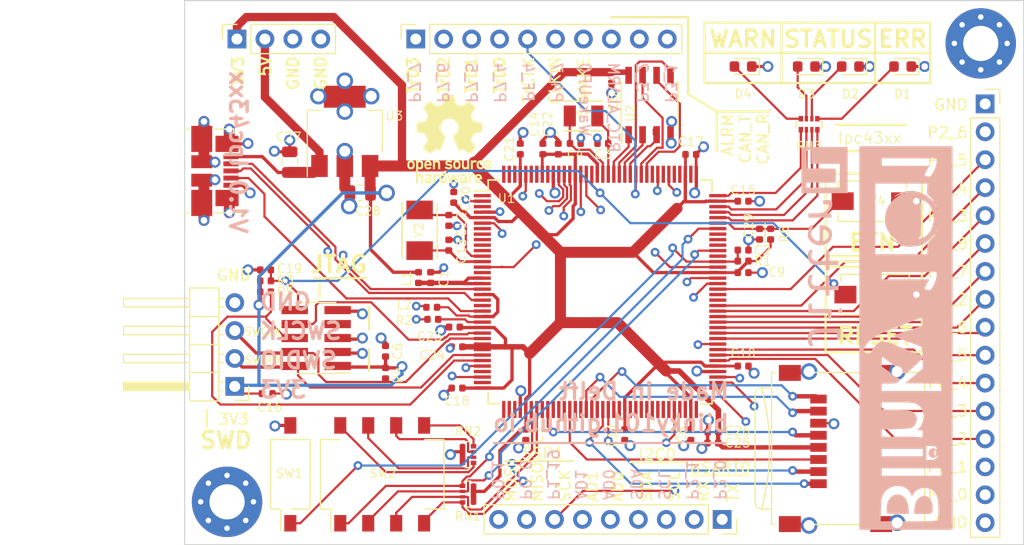
<source format=kicad_pcb>
(kicad_pcb (version 20171130) (host pcbnew 5.0.1-33cea8e~68~ubuntu18.04.1)
  (layers (0 F.Cu signal) (1 Ground power) (2 Middle.Cu signal) (31 B.Cu signal) (34 B.Paste user) (35 F.Paste user) (36 B.SilkS user) (37 F.SilkS user) (38 B.Mask user) (39 F.Mask user) (44 Edge.Cuts user))
  (net 0 "")
  (net 1 "Net-(C1-Pad1)")
  (net 2 GND)
  (net 3 /BOOT_PIN)
  (net 4 "Net-(C3-Pad2)")
  (net 5 "Net-(C4-Pad2)")
  (net 6 +3V3)
  (net 7 "Net-(C12-Pad1)")
  (net 8 "Net-(C13-Pad1)")
  (net 9 /~RESET)
  (net 10 VBUS)
  (net 11 /USR_SW)
  (net 12 "Net-(D1-Pad2)")
  (net 13 "Net-(D2-Pad2)")
  (net 14 "Net-(D3-Pad2)")
  (net 15 "Net-(D4-Pad2)")
  (net 16 /USB_HS_D-)
  (net 17 /USB_HS_D+)
  (net 18 /SD_DAT1)
  (net 19 /SD_DAT0)
  (net 20 /SD_CLK)
  (net 21 /SD_CMD)
  (net 22 /SD_DAT3)
  (net 23 /SD_DAT2)
  (net 24 /CAN_RD)
  (net 25 /CAN_TD)
  (net 26 /UART_TX)
  (net 27 /UART_RX)
  (net 28 /AD0)
  (net 29 /AD1)
  (net 30 /TRACEDATA0)
  (net 31 /TRACEDATA1)
  (net 32 /TRACEDATA2)
  (net 33 /TRACEDATA3)
  (net 34 /TRACECLK)
  (net 35 /CLKIN)
  (net 36 /ALARM)
  (net 37 /WAKUP)
  (net 38 /SDA)
  (net 39 /SCL)
  (net 40 "Net-(L2-Pad1)")
  (net 41 "Net-(R2-Pad1)")
  (net 42 /BOOT3)
  (net 43 /BOOT1)
  (net 44 /BOOT2)
  (net 45 /BOOT0)
  (net 46 "Net-(RN2-Pad7)")
  (net 47 "Net-(RN2-Pad8)")
  (net 48 "Net-(RN2-Pad6)")
  (net 49 "Net-(RN2-Pad5)")
  (net 50 /LED_GREEN)
  (net 51 /LED_RED)
  (net 52 /LED_BLUE)
  (net 53 /LED_YELLOW)
  (net 54 "Net-(U1-Pad1)")
  (net 55 "Net-(U1-Pad3)")
  (net 56 "Net-(U1-Pad7)")
  (net 57 "Net-(U1-Pad8)")
  (net 58 "Net-(U1-Pad9)")
  (net 59 "Net-(U1-Pad10)")
  (net 60 "Net-(U1-Pad11)")
  (net 61 "Net-(U1-Pad15)")
  (net 62 "Net-(U1-Pad21)")
  (net 63 "Net-(U1-Pad33)")
  (net 64 "Net-(U1-Pad35)")
  (net 65 "Net-(U1-Pad37)")
  (net 66 "Net-(U1-Pad38)")
  (net 67 "Net-(U1-Pad39)")
  (net 68 "Net-(U1-Pad44)")
  (net 69 "Net-(U1-Pad46)")
  (net 70 "Net-(U1-Pad47)")
  (net 71 "Net-(U1-Pad48)")
  (net 72 "Net-(U1-Pad50)")
  (net 73 "Net-(U1-Pad51)")
  (net 74 "Net-(U1-Pad54)")
  (net 75 "Net-(U1-Pad57)")
  (net 76 "Net-(U1-Pad58)")
  (net 77 "Net-(U1-Pad60)")
  (net 78 "Net-(U1-Pad61)")
  (net 79 "Net-(U1-Pad62)")
  (net 80 "Net-(U1-Pad63)")
  (net 81 "Net-(U1-Pad64)")
  (net 82 "Net-(U1-Pad65)")
  (net 83 "Net-(U1-Pad66)")
  (net 84 "Net-(U1-Pad67)")
  (net 85 "Net-(U1-Pad69)")
  (net 86 "Net-(U1-Pad70)")
  (net 87 "Net-(U1-Pad72)")
  (net 88 "Net-(U1-Pad89)")
  (net 89 "Net-(U1-Pad90)")
  (net 90 "Net-(U1-Pad97)")
  (net 91 "Net-(U1-Pad99)")
  (net 92 "Net-(U1-Pad100)")
  (net 93 "Net-(U1-Pad101)")
  (net 94 "Net-(U1-Pad110)")
  (net 95 "Net-(U1-Pad112)")
  (net 96 "Net-(U1-Pad113)")
  (net 97 "Net-(U1-Pad115)")
  (net 98 "Net-(U1-Pad117)")
  (net 99 /SPIFI_SCK)
  (net 100 /SPIFI_SIO3)
  (net 101 /SPIFI_SIO2)
  (net 102 /SPIFI_MISO)
  (net 103 /SPIFI_MOSI)
  (net 104 /SPIFI_CS)
  (net 105 "Net-(U1-Pad136)")
  (net 106 "Net-(U1-Pad138)")
  (net 107 "Net-(U1-Pad139)")
  (net 108 "Net-(U1-Pad142)")
  (net 109 "Net-(U1-Pad143)")
  (net 110 "Net-(U1-Pad144)")
  (net 111 /SWDIO)
  (net 112 /SWDCLK)
  (net 113 /USB_ID)
  (net 114 "Net-(J2-Pad6)")
  (net 115 "Net-(J2-Pad8)")
  (net 116 "Net-(J2-Pad7)")
  (net 117 /SSP1_MISO)
  (net 118 /SSP1_MOSI)
  (net 119 /SSP1_SCK)
  (net 120 /P2_2)
  (net 121 /P2_3)
  (net 122 /P2_4)
  (net 123 /P2_5)
  (net 124 /P2_6)
  (net 125 /P6_7)
  (net 126 /P6_8)
  (net 127 /P6_0)
  (net 128 /P6_1)
  (net 129 /P6_2)
  (net 130 /P6_3)
  (net 131 /P6_4)
  (net 132 /P6_5)
  (net 133 /P6_6)
  (module Jitter_Footprints:Crystal_SMD_Abracon_ABS07-2Pin_3.6x1.9mm (layer F.Cu) (at 131.25 86 180)
    (fp_text reference Y1 (at 0 0 180) (layer F.SilkS) (effects (font (size 0.8 0.8) (thickness 0.1))))
    (fp_text value 32.768KHz hide)
    (pad 1 smd rect (at -1.25 0 180) (size 1.1 1.9) (layers F.Cu F.Paste F.Mask) (net 4 "Net-(C3-Pad2)"))
    (pad 2 smd rect (at 1.25 0 180) (size 1.1 1.9) (layers F.Cu F.Paste F.Mask) (net 5 "Net-(C4-Pad2)"))
  )
  (module Jitter_Footprints:Crystal_SMD_TXC_7A-2Pin_5.0x3.2mm (layer F.Cu) (at 116.35 96.4 270)
    (fp_text reference Y2 (at 0 0.05 270) (layer F.SilkS) (effects (font (size 0.8 0.8) (thickness 0.1))))
    (fp_text value 12MHz)
    (pad 2 smd rect (at 1.85 0 270) (size 1.7 2.4) (layers F.Cu F.Paste F.Mask) (net 8 "Net-(C13-Pad1)"))
    (pad 1 smd rect (at -1.85 0 270) (size 1.7 2.4) (layers F.Cu F.Paste F.Mask) (net 7 "Net-(C12-Pad1)"))
  )
  (module Capacitor_SMD:C_0402_1005Metric (layer F.Cu) (at 117.35 100.7 90)
    (fp_text reference C1 (at -0.1 1.2 90) (layer F.SilkS) (effects (font (size 0.8 0.8) (thickness 0.1))))
    (fp_text value 100nF)
    (pad 1 smd roundrect (at -0.485 0 90) (size 0.59 0.64) (layers F.Cu F.Paste F.Mask) (net 1 "Net-(C1-Pad1)"))
    (pad 2 smd roundrect (at 0.485 0 90) (size 0.59 0.64) (layers F.Cu F.Paste F.Mask) (net 2 GND))
  )
  (module Capacitor_SMD:C_0402_1005Metric (layer F.Cu) (at 145.75 98.2)
    (fp_text reference C2 (at 1.75 0) (layer F.SilkS) (effects (font (size 0.8 0.8) (thickness 0.1))))
    (fp_text value 100nF)
    (pad 2 smd roundrect (at 0.485 0) (size 0.59 0.64) (layers F.Cu F.Paste F.Mask) (net 2 GND))
    (pad 1 smd roundrect (at -0.485 0) (size 0.59 0.64) (layers F.Cu F.Paste F.Mask) (net 3 /BOOT_PIN))
  )
  (module Capacitor_SMD:C_0402_1005Metric (layer F.Cu) (at 133 88.5)
    (fp_text reference C3 (at 0 1) (layer F.SilkS) (effects (font (size 0.8 0.8) (thickness 0.1))))
    (fp_text value 15pF)
    (pad 2 smd roundrect (at 0.485 0) (size 0.59 0.64) (layers F.Cu F.Paste F.Mask) (net 4 "Net-(C3-Pad2)"))
    (pad 1 smd roundrect (at -0.485 0) (size 0.59 0.64) (layers F.Cu F.Paste F.Mask) (net 2 GND))
  )
  (module Capacitor_SMD:C_0402_1005Metric (layer F.Cu) (at 130.5 88.5 180)
    (fp_text reference C4 (at 0 -1 180) (layer F.SilkS) (effects (font (size 0.8 0.8) (thickness 0.1))))
    (fp_text value 15pF)
    (pad 1 smd roundrect (at -0.485 0 180) (size 0.59 0.64) (layers F.Cu F.Paste F.Mask) (net 2 GND))
    (pad 2 smd roundrect (at 0.485 0 180) (size 0.59 0.64) (layers F.Cu F.Paste F.Mask) (net 5 "Net-(C4-Pad2)"))
  )
  (module Capacitor_SMD:C_0402_1005Metric (layer F.Cu) (at 133.8 82.5 270)
    (fp_text reference C5 (at 2.225 -0.15 270) (layer F.SilkS) (effects (font (size 0.8 0.8) (thickness 0.1))))
    (fp_text value 100nF)
    (pad 2 smd roundrect (at 0.485 0 270) (size 0.59 0.64) (layers F.Cu F.Paste F.Mask) (net 2 GND))
    (pad 1 smd roundrect (at -0.485 0 270) (size 0.59 0.64) (layers F.Cu F.Paste F.Mask) (net 6 +3V3))
  )
  (module Capacitor_SMD:C_0402_1005Metric (layer F.Cu) (at 113.25 107.4 90)
    (fp_text reference C6 (at 0 1.1 90) (layer F.SilkS) (effects (font (size 0.8 0.8) (thickness 0.1))))
    (fp_text value 100nF)
    (pad 1 smd roundrect (at -0.485 0 90) (size 0.59 0.64) (layers F.Cu F.Paste F.Mask) (net 6 +3V3))
    (pad 2 smd roundrect (at 0.485 0 90) (size 0.59 0.64) (layers F.Cu F.Paste F.Mask) (net 2 GND))
  )
  (module Capacitor_SMD:C_0402_1005Metric (layer F.Cu) (at 126 115 270)
    (fp_text reference C7 (at 0 -1.17 270) (layer F.SilkS) (effects (font (size 0.8 0.8) (thickness 0.1))))
    (fp_text value 100nF)
    (pad 1 smd roundrect (at -0.485 0 270) (size 0.59 0.64) (layers F.Cu F.Paste F.Mask) (net 6 +3V3))
    (pad 2 smd roundrect (at 0.485 0 270) (size 0.59 0.64) (layers F.Cu F.Paste F.Mask) (net 2 GND))
  )
  (module Capacitor_SMD:C_0402_1005Metric (layer F.Cu) (at 141 115 270)
    (fp_text reference C8 (at 0 0.85 270) (layer F.SilkS) (effects (font (size 0.8 0.8) (thickness 0.1))))
    (fp_text value 100nF)
    (pad 2 smd roundrect (at 0.485 0 270) (size 0.59 0.64) (layers F.Cu F.Paste F.Mask) (net 2 GND))
    (pad 1 smd roundrect (at -0.485 0 270) (size 0.59 0.64) (layers F.Cu F.Paste F.Mask) (net 6 +3V3))
  )
  (module Capacitor_SMD:C_0402_1005Metric (layer F.Cu) (at 145.75 100.25)
    (fp_text reference C9 (at 3.05 -0.05) (layer F.SilkS) (effects (font (size 0.8 0.8) (thickness 0.1))))
    (fp_text value 100nF)
    (pad 1 smd roundrect (at -0.485 0) (size 0.59 0.64) (layers F.Cu F.Paste F.Mask) (net 6 +3V3))
    (pad 2 smd roundrect (at 0.485 0) (size 0.59 0.64) (layers F.Cu F.Paste F.Mask) (net 2 GND))
  )
  (module Capacitor_SMD:C_0402_1005Metric (layer F.Cu) (at 145.75 108.75)
    (fp_text reference C10 (at 0 -1.17) (layer F.SilkS) (effects (font (size 0.8 0.8) (thickness 0.1))))
    (fp_text value 100nF)
    (pad 1 smd roundrect (at -0.485 0) (size 0.59 0.64) (layers F.Cu F.Paste F.Mask) (net 6 +3V3))
    (pad 2 smd roundrect (at 0.485 0) (size 0.59 0.64) (layers F.Cu F.Paste F.Mask) (net 2 GND))
  )
  (module Capacitor_SMD:C_0402_1005Metric (layer F.Cu) (at 134.99 115 270)
    (fp_text reference C11 (at 0 1.14 270) (layer F.SilkS) (effects (font (size 0.8 0.8) (thickness 0.1))))
    (fp_text value 100nF)
    (pad 2 smd roundrect (at 0.485 0 270) (size 0.59 0.64) (layers F.Cu F.Paste F.Mask) (net 2 GND))
    (pad 1 smd roundrect (at -0.485 0 270) (size 0.59 0.64) (layers F.Cu F.Paste F.Mask) (net 6 +3V3))
  )
  (module Capacitor_SMD:C_0402_1005Metric (layer F.Cu) (at 119 95.5 270)
    (fp_text reference C12 (at 0.375 -1.17 270) (layer F.SilkS) (effects (font (size 0.8 0.8) (thickness 0.1))))
    (fp_text value 18pF)
    (pad 1 smd roundrect (at -0.485 0 270) (size 0.59 0.64) (layers F.Cu F.Paste F.Mask) (net 7 "Net-(C12-Pad1)"))
    (pad 2 smd roundrect (at 0.485 0 270) (size 0.59 0.64) (layers F.Cu F.Paste F.Mask) (net 2 GND))
  )
  (module Capacitor_SMD:C_0402_1005Metric (layer F.Cu) (at 119 97.75 90)
    (fp_text reference C13 (at -0.55 1.17 90) (layer F.SilkS) (effects (font (size 0.8 0.8) (thickness 0.1))))
    (fp_text value 18pF)
    (pad 2 smd roundrect (at 0.485 0 90) (size 0.59 0.64) (layers F.Cu F.Paste F.Mask) (net 2 GND))
    (pad 1 smd roundrect (at -0.485 0 90) (size 0.59 0.64) (layers F.Cu F.Paste F.Mask) (net 8 "Net-(C13-Pad1)"))
  )
  (module Capacitor_SMD:C_0402_1005Metric (layer F.Cu) (at 127.55 89 90)
    (fp_text reference C14 (at 2.25 -0.8 90) (layer F.SilkS) (effects (font (size 0.8 0.8) (thickness 0.1))))
    (fp_text value 100nF)
    (pad 2 smd roundrect (at 0.485 0 90) (size 0.59 0.64) (layers F.Cu F.Paste F.Mask) (net 2 GND))
    (pad 1 smd roundrect (at -0.485 0 90) (size 0.59 0.64) (layers F.Cu F.Paste F.Mask) (net 6 +3V3))
  )
  (module Capacitor_SMD:C_0402_1005Metric (layer F.Cu) (at 145.75 93.75)
    (fp_text reference C15 (at 0 -1) (layer F.SilkS) (effects (font (size 0.8 0.8) (thickness 0.1))))
    (fp_text value 100nF)
    (pad 1 smd roundrect (at -0.485 0) (size 0.59 0.64) (layers F.Cu F.Paste F.Mask) (net 6 +3V3))
    (pad 2 smd roundrect (at 0.485 0) (size 0.59 0.64) (layers F.Cu F.Paste F.Mask) (net 2 GND))
  )
  (module Capacitor_SMD:C_0402_1005Metric (layer F.Cu) (at 102.5 111.25)
    (fp_text reference C16 (at 0.25 1.25) (layer F.SilkS) (effects (font (size 0.8 0.8) (thickness 0.1))))
    (fp_text value 100nF)
    (pad 2 smd roundrect (at 0.485 0) (size 0.59 0.64) (layers F.Cu F.Paste F.Mask) (net 2 GND))
    (pad 1 smd roundrect (at -0.485 0) (size 0.59 0.64) (layers F.Cu F.Paste F.Mask) (net 6 +3V3))
  )
  (module Capacitor_SMD:C_0402_1005Metric (layer F.Cu) (at 141 89.5)
    (fp_text reference C17 (at 0 -1.17) (layer F.SilkS) (effects (font (size 0.8 0.8) (thickness 0.1))))
    (fp_text value 100nF)
    (pad 2 smd roundrect (at 0.485 0) (size 0.59 0.64) (layers F.Cu F.Paste F.Mask) (net 2 GND))
    (pad 1 smd roundrect (at -0.485 0) (size 0.59 0.64) (layers F.Cu F.Paste F.Mask) (net 6 +3V3))
  )
  (module Capacitor_SMD:C_0402_1005Metric (layer F.Cu) (at 119.75 110.75 180)
    (fp_text reference C18 (at 0 -1.17 180) (layer F.SilkS) (effects (font (size 0.8 0.8) (thickness 0.1))))
    (fp_text value 100nF)
    (pad 1 smd roundrect (at -0.485 0 180) (size 0.59 0.64) (layers F.Cu F.Paste F.Mask) (net 6 +3V3))
    (pad 2 smd roundrect (at 0.485 0 180) (size 0.59 0.64) (layers F.Cu F.Paste F.Mask) (net 2 GND))
  )
  (module Capacitor_SMD:C_0402_1005Metric (layer F.Cu) (at 102.35 100 180)
    (fp_text reference C19 (at -2.175 0.125 180) (layer F.SilkS) (effects (font (size 0.8 0.8) (thickness 0.1))))
    (fp_text value 100nF)
    (pad 1 smd roundrect (at -0.485 0 180) (size 0.59 0.64) (layers F.Cu F.Paste F.Mask) (net 9 /~RESET))
    (pad 2 smd roundrect (at 0.485 0 180) (size 0.59 0.64) (layers F.Cu F.Paste F.Mask) (net 2 GND))
  )
  (module Capacitor_SMD:C_0402_1005Metric (layer F.Cu) (at 119.45 93.4 90)
    (fp_text reference C20 (at -0.125 1.075 270) (layer F.SilkS) (effects (font (size 0.8 0.8) (thickness 0.1))))
    (fp_text value 100nF)
    (pad 1 smd roundrect (at -0.485 0 90) (size 0.59 0.64) (layers F.Cu F.Paste F.Mask) (net 6 +3V3))
    (pad 2 smd roundrect (at 0.485 0 90) (size 0.59 0.64) (layers F.Cu F.Paste F.Mask) (net 2 GND))
  )
  (module Capacitor_SMD:C_0402_1005Metric (layer F.Cu) (at 125.5 89 90)
    (fp_text reference C21 (at 0 -1 90) (layer F.SilkS) (effects (font (size 0.8 0.8) (thickness 0.1))))
    (fp_text value 100nF)
    (pad 2 smd roundrect (at 0.485 0 90) (size 0.59 0.64) (layers F.Cu F.Paste F.Mask) (net 2 GND))
    (pad 1 smd roundrect (at -0.485 0 90) (size 0.59 0.64) (layers F.Cu F.Paste F.Mask) (net 6 +3V3))
  )
  (module Capacitor_SMD:C_0402_1005Metric (layer F.Cu) (at 128.95 89 90)
    (fp_text reference C22 (at 2.25 -0.95 90) (layer F.SilkS) (effects (font (size 0.8 0.8) (thickness 0.1))))
    (fp_text value 100nF)
    (pad 1 smd roundrect (at -0.485 0 90) (size 0.59 0.64) (layers F.Cu F.Paste F.Mask) (net 6 +3V3))
    (pad 2 smd roundrect (at 0.485 0 90) (size 0.59 0.64) (layers F.Cu F.Paste F.Mask) (net 2 GND))
  )
  (module Capacitor_SMD:C_0402_1005Metric (layer F.Cu) (at 119.515 105.2 180)
    (fp_text reference C23 (at 2.25 -0.85 180) (layer F.SilkS) (effects (font (size 0.8 0.8) (thickness 0.1))))
    (fp_text value 100nF)
    (pad 1 smd roundrect (at -0.485 0 180) (size 0.59 0.64) (layers F.Cu F.Paste F.Mask) (net 6 +3V3))
    (pad 2 smd roundrect (at 0.485 0 180) (size 0.59 0.64) (layers F.Cu F.Paste F.Mask) (net 2 GND))
  )
  (module Capacitor_SMD:C_0402_1005Metric (layer F.Cu) (at 119.75 107 180)
    (fp_text reference C24 (at 2.25 -0.75 180) (layer F.SilkS) (effects (font (size 0.8 0.8) (thickness 0.1))))
    (fp_text value 100nF)
    (pad 2 smd roundrect (at 0.485 0 180) (size 0.59 0.64) (layers F.Cu F.Paste F.Mask) (net 2 GND))
    (pad 1 smd roundrect (at -0.485 0 180) (size 0.59 0.64) (layers F.Cu F.Paste F.Mask) (net 6 +3V3))
  )
  (module Capacitor_SMD:C_0402_1005Metric (layer F.Cu) (at 143 115.75 180)
    (fp_text reference C25 (at -2.25 0 180) (layer F.SilkS) (effects (font (size 0.8 0.8) (thickness 0.1))))
    (fp_text value 2.2nF)
    (pad 1 smd roundrect (at -0.485 0 180) (size 0.59 0.64) (layers F.Cu F.Paste F.Mask) (net 6 +3V3))
    (pad 2 smd roundrect (at 0.485 0 180) (size 0.59 0.64) (layers F.Cu F.Paste F.Mask) (net 2 GND))
  )
  (module Capacitor_SMD:C_0402_1005Metric (layer F.Cu) (at 143.015 114.75 180)
    (fp_text reference C26 (at -2.235 0.1 180) (layer F.SilkS) (effects (font (size 0.8 0.8) (thickness 0.1))))
    (fp_text value 100nF)
    (pad 2 smd roundrect (at 0.485 0 180) (size 0.59 0.64) (layers F.Cu F.Paste F.Mask) (net 2 GND))
    (pad 1 smd roundrect (at -0.485 0 180) (size 0.59 0.64) (layers F.Cu F.Paste F.Mask) (net 6 +3V3))
  )
  (module Capacitor_SMD:C_0805_2012Metric (layer F.Cu) (at 104.55 90.2 90)
    (fp_text reference C27 (at 2.3 -0.1 180) (layer F.SilkS) (effects (font (size 0.8 0.8) (thickness 0.1))))
    (fp_text value 10uF)
    (pad 1 smd roundrect (at -0.9375 0 90) (size 0.975 1.4) (layers F.Cu F.Paste F.Mask) (net 10 VBUS))
    (pad 2 smd roundrect (at 0.9375 0 90) (size 0.975 1.4) (layers F.Cu F.Paste F.Mask) (net 2 GND))
  )
  (module Capacitor_SMD:C_0805_2012Metric (layer F.Cu) (at 110.95 93 180)
    (fp_text reference C28 (at -0.7 -1.65 180) (layer F.SilkS) (effects (font (size 0.8 0.8) (thickness 0.1))))
    (fp_text value 4.7uF)
    (pad 2 smd roundrect (at 0.9375 0 180) (size 0.975 1.4) (layers F.Cu F.Paste F.Mask) (net 2 GND))
    (pad 1 smd roundrect (at -0.9375 0 180) (size 0.975 1.4) (layers F.Cu F.Paste F.Mask) (net 6 +3V3))
  )
  (module Capacitor_SMD:C_0402_1005Metric (layer F.Cu) (at 147.25 96.75 270)
    (fp_text reference C29 (at -0.75 1 270) (layer F.SilkS) (effects (font (size 0.8 0.8) (thickness 0.1))))
    (fp_text value 100nF)
    (pad 2 smd roundrect (at 0.485 0 270) (size 0.59 0.64) (layers F.Cu F.Paste F.Mask) (net 2 GND))
    (pad 1 smd roundrect (at -0.485 0 270) (size 0.59 0.64) (layers F.Cu F.Paste F.Mask) (net 11 /USR_SW))
  )
  (module LED_SMD:LED_0603_1608Metric (layer F.Cu) (at 160.25 81.5 180)
    (fp_text reference D1 (at 0 -2.5) (layer F.SilkS) (effects (font (size 0.8 0.8) (thickness 0.1))))
    (fp_text value RED)
    (pad 2 smd roundrect (at 0.7875 0 180) (size 0.875 0.95) (layers F.Cu F.Paste F.Mask) (net 12 "Net-(D1-Pad2)"))
    (pad 1 smd roundrect (at -0.7875 0 180) (size 0.875 0.95) (layers F.Cu F.Paste F.Mask) (net 2 GND))
  )
  (module LED_SMD:LED_0603_1608Metric (layer F.Cu) (at 155.5 81.5 180)
    (fp_text reference D2 (at 0 -2.5 180) (layer F.SilkS) (effects (font (size 0.8 0.8) (thickness 0.1))))
    (fp_text value GREEN)
    (pad 1 smd roundrect (at -0.7875 0 180) (size 0.875 0.95) (layers F.Cu F.Paste F.Mask) (net 2 GND))
    (pad 2 smd roundrect (at 0.7875 0 180) (size 0.875 0.95) (layers F.Cu F.Paste F.Mask) (net 13 "Net-(D2-Pad2)"))
  )
  (module LED_SMD:LED_0603_1608Metric (layer F.Cu) (at 151.5 81.5 180)
    (fp_text reference D3 (at 0 -2.5 180) (layer F.SilkS) (effects (font (size 0.8 0.8) (thickness 0.1))))
    (fp_text value BLUE)
    (pad 1 smd roundrect (at -0.7875 0 180) (size 0.875 0.95) (layers F.Cu F.Paste F.Mask) (net 2 GND))
    (pad 2 smd roundrect (at 0.7875 0 180) (size 0.875 0.95) (layers F.Cu F.Paste F.Mask) (net 14 "Net-(D3-Pad2)"))
  )
  (module LED_SMD:LED_0603_1608Metric (layer F.Cu) (at 145.75 81.5 180)
    (fp_text reference D4 (at 0 -2.5) (layer F.SilkS) (effects (font (size 0.8 0.8) (thickness 0.1))))
    (fp_text value YELLOW)
    (pad 2 smd roundrect (at 0.7875 0 180) (size 0.875 0.95) (layers F.Cu F.Paste F.Mask) (net 15 "Net-(D4-Pad2)"))
    (pad 1 smd roundrect (at -0.7875 0 180) (size 0.875 0.95) (layers F.Cu F.Paste F.Mask) (net 2 GND))
  )
  (module Resistor_SMD:R_0402_1005Metric (layer F.Cu) (at 116.25 100.7 90)
    (fp_text reference L1 (at -0.1 -1.1 90) (layer F.SilkS) (effects (font (size 0.8 0.8) (thickness 0.1))))
    (fp_text value "600 Ohm")
    (pad 2 smd roundrect (at 0.485 0 90) (size 0.59 0.64) (layers F.Cu F.Paste F.Mask) (net 6 +3V3))
    (pad 1 smd roundrect (at -0.485 0 90) (size 0.59 0.64) (layers F.Cu F.Paste F.Mask) (net 1 "Net-(C1-Pad1)"))
  )
  (module Resistor_SMD:R_0402_1005Metric (layer F.Cu) (at 117.45 103.4 180)
    (fp_text reference L2 (at 2.5 0.2 180) (layer F.SilkS) (effects (font (size 0.8 0.8) (thickness 0.1))))
    (fp_text value "600 Ohm")
    (pad 1 smd roundrect (at -0.485 0 180) (size 0.59 0.64) (layers F.Cu F.Paste F.Mask) (net 40 "Net-(L2-Pad1)"))
    (pad 2 smd roundrect (at 0.485 0 180) (size 0.59 0.64) (layers F.Cu F.Paste F.Mask) (net 2 GND))
  )
  (module Resistor_SMD:R_0402_1005Metric (layer F.Cu) (at 145.75 99.2 180)
    (fp_text reference R1 (at -1.8 0 180) (layer F.SilkS) (effects (font (size 0.8 0.8) (thickness 0.1))))
    (fp_text value 100k)
    (pad 1 smd roundrect (at -0.485 0 180) (size 0.59 0.64) (layers F.Cu F.Paste F.Mask) (net 6 +3V3))
    (pad 2 smd roundrect (at 0.485 0 180) (size 0.59 0.64) (layers F.Cu F.Paste F.Mask) (net 3 /BOOT_PIN))
  )
  (module Resistor_SMD:R_0402_1005Metric (layer F.Cu) (at 117.55 104.5 180)
    (fp_text reference R2 (at 2.6 -0.1 180) (layer F.SilkS) (effects (font (size 0.8 0.8) (thickness 0.1))))
    (fp_text value 12k)
    (pad 1 smd roundrect (at -0.485 0 180) (size 0.59 0.64) (layers F.Cu F.Paste F.Mask) (net 41 "Net-(R2-Pad1)"))
    (pad 2 smd roundrect (at 0.485 0 180) (size 0.59 0.64) (layers F.Cu F.Paste F.Mask) (net 2 GND))
  )
  (module Resistor_SMD:R_0402_1005Metric (layer F.Cu) (at 102.35 101)
    (fp_text reference R3 (at 1.8 -0.025) (layer F.SilkS) (effects (font (size 0.8 0.8) (thickness 0.1))))
    (fp_text value 47k)
    (pad 2 smd roundrect (at 0.485 0) (size 0.59 0.64) (layers F.Cu F.Paste F.Mask) (net 9 /~RESET))
    (pad 1 smd roundrect (at -0.485 0) (size 0.59 0.64) (layers F.Cu F.Paste F.Mask) (net 6 +3V3))
  )
  (module Resistor_SMD:R_0402_1005Metric (layer F.Cu) (at 113.25 109.4 270)
    (fp_text reference R4 (at 0.175 -1.15 270) (layer F.SilkS) (effects (font (size 0.8 0.8) (thickness 0.1))))
    (fp_text value 47k)
    (pad 2 smd roundrect (at 0.485 0 270) (size 0.59 0.64) (layers F.Cu F.Paste F.Mask) (net 112 /SWDCLK))
    (pad 1 smd roundrect (at -0.485 0 270) (size 0.59 0.64) (layers F.Cu F.Paste F.Mask) (net 6 +3V3))
  )
  (module Resistor_SMD:R_0402_1005Metric (layer F.Cu) (at 102.35 102)
    (fp_text reference R5 (at 1.8 0) (layer F.SilkS) (effects (font (size 0.8 0.8) (thickness 0.1))))
    (fp_text value 47k)
    (pad 1 smd roundrect (at -0.485 0) (size 0.59 0.64) (layers F.Cu F.Paste F.Mask) (net 6 +3V3))
    (pad 2 smd roundrect (at 0.485 0) (size 0.59 0.64) (layers F.Cu F.Paste F.Mask) (net 114 "Net-(J2-Pad6)"))
  )
  (module Resistor_SMD:R_0402_1005Metric (layer F.Cu) (at 148.25 96.75 90)
    (fp_text reference R6 (at 0 1.25 90) (layer F.SilkS) (effects (font (size 0.8 0.8) (thickness 0.1))))
    (fp_text value 100k)
    (pad 2 smd roundrect (at 0.485 0 90) (size 0.59 0.64) (layers F.Cu F.Paste F.Mask) (net 11 /USR_SW))
    (pad 1 smd roundrect (at -0.485 0 90) (size 0.59 0.64) (layers F.Cu F.Paste F.Mask) (net 6 +3V3))
  )
  (module Resistor_SMD:R_Array_Convex_4x0402 (layer F.Cu) (at 120.75 120.4)
    (fp_text reference RN1 (at 0 2) (layer F.SilkS) (effects (font (size 0.8 0.8) (thickness 0.1))))
    (fp_text value 100K)
    (pad 5 smd rect (at 0.5 0.75) (size 0.5 0.4) (layers F.Cu F.Paste F.Mask) (net 6 +3V3))
    (pad 6 smd rect (at 0.5 0.25) (size 0.5 0.3) (layers F.Cu F.Paste F.Mask) (net 6 +3V3))
    (pad 8 smd rect (at 0.5 -0.75) (size 0.5 0.4) (layers F.Cu F.Paste F.Mask) (net 6 +3V3))
    (pad 7 smd rect (at 0.5 -0.25) (size 0.5 0.3) (layers F.Cu F.Paste F.Mask) (net 6 +3V3))
    (pad 4 smd rect (at -0.5 0.75) (size 0.5 0.4) (layers F.Cu F.Paste F.Mask) (net 42 /BOOT3))
    (pad 2 smd rect (at -0.5 -0.25) (size 0.5 0.3) (layers F.Cu F.Paste F.Mask) (net 43 /BOOT1))
    (pad 3 smd rect (at -0.5 0.25) (size 0.5 0.3) (layers F.Cu F.Paste F.Mask) (net 44 /BOOT2))
    (pad 1 smd rect (at -0.5 -0.75) (size 0.5 0.4) (layers F.Cu F.Paste F.Mask) (net 45 /BOOT0))
  )
  (module Resistor_SMD:R_Array_Convex_4x0402 (layer F.Cu) (at 120.75 116.8)
    (fp_text reference RN2 (at 0 -2.1) (layer F.SilkS) (effects (font (size 0.8 0.8) (thickness 0.1))))
    (fp_text value 10K)
    (pad 1 smd rect (at -0.5 -0.75) (size 0.5 0.4) (layers F.Cu F.Paste F.Mask) (net 2 GND))
    (pad 3 smd rect (at -0.5 0.25) (size 0.5 0.3) (layers F.Cu F.Paste F.Mask) (net 2 GND))
    (pad 2 smd rect (at -0.5 -0.25) (size 0.5 0.3) (layers F.Cu F.Paste F.Mask) (net 2 GND))
    (pad 4 smd rect (at -0.5 0.75) (size 0.5 0.4) (layers F.Cu F.Paste F.Mask) (net 2 GND))
    (pad 7 smd rect (at 0.5 -0.25) (size 0.5 0.3) (layers F.Cu F.Paste F.Mask) (net 46 "Net-(RN2-Pad7)"))
    (pad 8 smd rect (at 0.5 -0.75) (size 0.5 0.4) (layers F.Cu F.Paste F.Mask) (net 47 "Net-(RN2-Pad8)"))
    (pad 6 smd rect (at 0.5 0.25) (size 0.5 0.3) (layers F.Cu F.Paste F.Mask) (net 48 "Net-(RN2-Pad6)"))
    (pad 5 smd rect (at 0.5 0.75) (size 0.5 0.4) (layers F.Cu F.Paste F.Mask) (net 49 "Net-(RN2-Pad5)"))
  )
  (module Resistor_SMD:R_Array_Convex_4x0402 (layer F.Cu) (at 151.75 86.75 270)
    (fp_text reference RN3 (at 2 0) (layer F.SilkS) (effects (font (size 0.8 0.8) (thickness 0.1))))
    (fp_text value 220R)
    (pad 1 smd rect (at -0.5 -0.75 270) (size 0.5 0.4) (layers F.Cu F.Paste F.Mask) (net 12 "Net-(D1-Pad2)"))
    (pad 3 smd rect (at -0.5 0.25 270) (size 0.5 0.3) (layers F.Cu F.Paste F.Mask) (net 14 "Net-(D3-Pad2)"))
    (pad 2 smd rect (at -0.5 -0.25 270) (size 0.5 0.3) (layers F.Cu F.Paste F.Mask) (net 13 "Net-(D2-Pad2)"))
    (pad 4 smd rect (at -0.5 0.75 270) (size 0.5 0.4) (layers F.Cu F.Paste F.Mask) (net 15 "Net-(D4-Pad2)"))
    (pad 7 smd rect (at 0.5 -0.25 270) (size 0.5 0.3) (layers F.Cu F.Paste F.Mask) (net 52 /LED_BLUE))
    (pad 8 smd rect (at 0.5 -0.75 270) (size 0.5 0.4) (layers F.Cu F.Paste F.Mask) (net 51 /LED_RED))
    (pad 6 smd rect (at 0.5 0.25 270) (size 0.5 0.3) (layers F.Cu F.Paste F.Mask) (net 50 /LED_GREEN))
    (pad 5 smd rect (at 0.5 0.75 270) (size 0.5 0.4) (layers F.Cu F.Paste F.Mask) (net 53 /LED_YELLOW))
  )
  (module Button_Switch_SMD:SW_DIP_SPSTx04_Slide_Omron_A6S-410x_W8.9mm_P2.54mm (layer F.Cu) (at 112.95 118.6 90)
    (fp_text reference SW2 (at 0.1 0.05) (layer F.SilkS) (effects (font (size 0.8 0.8) (thickness 0.1))))
    (fp_text value SW_DIP_x04)
    (pad 1 smd rect (at -4.45 -3.81 90) (size 1.5 1.1) (layers F.Cu F.Paste F.Mask) (net 45 /BOOT0))
    (pad 5 smd rect (at 4.45 3.81 90) (size 1.5 1.1) (layers F.Cu F.Paste F.Mask) (net 47 "Net-(RN2-Pad8)"))
    (pad 2 smd rect (at -4.45 -1.27 90) (size 1.5 1.1) (layers F.Cu F.Paste F.Mask) (net 43 /BOOT1))
    (pad 6 smd rect (at 4.45 1.27 90) (size 1.5 1.1) (layers F.Cu F.Paste F.Mask) (net 46 "Net-(RN2-Pad7)"))
    (pad 3 smd rect (at -4.45 1.27 90) (size 1.5 1.1) (layers F.Cu F.Paste F.Mask) (net 44 /BOOT2))
    (pad 7 smd rect (at 4.45 -1.27 90) (size 1.5 1.1) (layers F.Cu F.Paste F.Mask) (net 48 "Net-(RN2-Pad6)"))
    (pad 4 smd rect (at -4.45 3.81 90) (size 1.5 1.1) (layers F.Cu F.Paste F.Mask) (net 42 /BOOT3))
    (pad 8 smd rect (at 4.45 -3.81 90) (size 1.5 1.1) (layers F.Cu F.Paste F.Mask) (net 49 "Net-(RN2-Pad5)"))
  )
  (module Button_Switch_SMD:SW_SPST_EVQPE1 (layer F.Cu) (at 157.75 102.25)
    (fp_text reference SW3 (at 0 0) (layer F.SilkS) (effects (font (size 0.8 0.8) (thickness 0.1))))
    (fp_text value SW_SPST)
    (pad 2 smd rect (at 2.7 0) (size 2 1.6) (layers F.Cu F.Paste F.Mask) (net 2 GND))
    (pad 1 smd rect (at -2.7 0) (size 2 1.6) (layers F.Cu F.Paste F.Mask) (net 9 /~RESET))
  )
  (module Button_Switch_SMD:SW_SPST_EVQPE1 (layer F.Cu) (at 157.5 93.75)
    (fp_text reference SW4 (at 0 0) (layer F.SilkS) (effects (font (size 0.8 0.8) (thickness 0.1))))
    (fp_text value SW_SPST)
    (pad 1 smd rect (at -2.7 0) (size 2 1.6) (layers F.Cu F.Paste F.Mask) (net 11 /USR_SW))
    (pad 2 smd rect (at 2.7 0) (size 2 1.6) (layers F.Cu F.Paste F.Mask) (net 2 GND))
  )
  (module Package_QFP:LQFP-144_20x20mm_P0.5mm (layer F.Cu) (at 132.75 102)
    (fp_text reference U1 (at -8.5 -8.5) (layer F.SilkS) (effects (font (size 0.8 0.8) (thickness 0.1))))
    (fp_text value LPC4337JBD144)
    (pad 1 smd rect (at -10.7 -8.75) (size 1.55 0.3) (layers F.Cu F.Paste F.Mask) (net 54 "Net-(U1-Pad1)"))
    (pad 2 smd rect (at -10.7 -8.25) (size 1.55 0.3) (layers F.Cu F.Paste F.Mask) (net 29 /AD1))
    (pad 3 smd rect (at -10.7 -7.75) (size 1.55 0.3) (layers F.Cu F.Paste F.Mask) (net 55 "Net-(U1-Pad3)"))
    (pad 4 smd rect (at -10.7 -7.25) (size 1.55 0.3) (layers F.Cu F.Paste F.Mask) (net 2 GND))
    (pad 5 smd rect (at -10.7 -6.75) (size 1.55 0.3) (layers F.Cu F.Paste F.Mask) (net 6 +3V3))
    (pad 6 smd rect (at -10.7 -6.25) (size 1.55 0.3) (layers F.Cu F.Paste F.Mask) (net 28 /AD0))
    (pad 7 smd rect (at -10.7 -5.75) (size 1.55 0.3) (layers F.Cu F.Paste F.Mask) (net 56 "Net-(U1-Pad7)"))
    (pad 8 smd rect (at -10.7 -5.25) (size 1.55 0.3) (layers F.Cu F.Paste F.Mask) (net 57 "Net-(U1-Pad8)"))
    (pad 9 smd rect (at -10.7 -4.75) (size 1.55 0.3) (layers F.Cu F.Paste F.Mask) (net 58 "Net-(U1-Pad9)"))
    (pad 10 smd rect (at -10.7 -4.25) (size 1.55 0.3) (layers F.Cu F.Paste F.Mask) (net 59 "Net-(U1-Pad10)"))
    (pad 11 smd rect (at -10.7 -3.75) (size 1.55 0.3) (layers F.Cu F.Paste F.Mask) (net 60 "Net-(U1-Pad11)"))
    (pad 12 smd rect (at -10.7 -3.25) (size 1.55 0.3) (layers F.Cu F.Paste F.Mask) (net 7 "Net-(C12-Pad1)"))
    (pad 13 smd rect (at -10.7 -2.75) (size 1.55 0.3) (layers F.Cu F.Paste F.Mask) (net 8 "Net-(C13-Pad1)"))
    (pad 14 smd rect (at -10.7 -2.25) (size 1.55 0.3) (layers F.Cu F.Paste F.Mask) (net 35 /CLKIN))
    (pad 15 smd rect (at -10.7 -1.75) (size 1.55 0.3) (layers F.Cu F.Paste F.Mask) (net 61 "Net-(U1-Pad15)"))
    (pad 16 smd rect (at -10.7 -1.25) (size 1.55 0.3) (layers F.Cu F.Paste F.Mask) (net 1 "Net-(C1-Pad1)"))
    (pad 17 smd rect (at -10.7 -0.75) (size 1.55 0.3) (layers F.Cu F.Paste F.Mask) (net 1 "Net-(C1-Pad1)"))
    (pad 18 smd rect (at -10.7 -0.25) (size 1.55 0.3) (layers F.Cu F.Paste F.Mask) (net 17 /USB_HS_D+))
    (pad 19 smd rect (at -10.7 0.25) (size 1.55 0.3) (layers F.Cu F.Paste F.Mask) (net 40 "Net-(L2-Pad1)"))
    (pad 20 smd rect (at -10.7 0.75) (size 1.55 0.3) (layers F.Cu F.Paste F.Mask) (net 16 /USB_HS_D-))
    (pad 21 smd rect (at -10.7 1.25) (size 1.55 0.3) (layers F.Cu F.Paste F.Mask) (net 62 "Net-(U1-Pad21)"))
    (pad 22 smd rect (at -10.7 1.75) (size 1.55 0.3) (layers F.Cu F.Paste F.Mask) (net 113 /USB_ID))
    (pad 23 smd rect (at -10.7 2.25) (size 1.55 0.3) (layers F.Cu F.Paste F.Mask) (net 40 "Net-(L2-Pad1)"))
    (pad 24 smd rect (at -10.7 2.75) (size 1.55 0.3) (layers F.Cu F.Paste F.Mask) (net 41 "Net-(R2-Pad1)"))
    (pad 25 smd rect (at -10.7 3.25) (size 1.55 0.3) (layers F.Cu F.Paste F.Mask) (net 6 +3V3))
    (pad 26 smd rect (at -10.7 3.75) (size 1.55 0.3) (layers F.Cu F.Paste F.Mask) (net 115 "Net-(J2-Pad8)"))
    (pad 27 smd rect (at -10.7 4.25) (size 1.55 0.3) (layers F.Cu F.Paste F.Mask) (net 112 /SWDCLK))
    (pad 28 smd rect (at -10.7 4.75) (size 1.55 0.3) (layers F.Cu F.Paste F.Mask) (net 6 +3V3))
    (pad 29 smd rect (at -10.7 5.25) (size 1.55 0.3) (layers F.Cu F.Paste F.Mask) (net 6 +3V3))
    (pad 30 smd rect (at -10.7 5.75) (size 1.55 0.3) (layers F.Cu F.Paste F.Mask) (net 111 /SWDIO))
    (pad 31 smd rect (at -10.7 6.25) (size 1.55 0.3) (layers F.Cu F.Paste F.Mask) (net 114 "Net-(J2-Pad6)"))
    (pad 32 smd rect (at -10.7 6.75) (size 1.55 0.3) (layers F.Cu F.Paste F.Mask) (net 117 /SSP1_MISO))
    (pad 33 smd rect (at -10.7 7.25) (size 1.55 0.3) (layers F.Cu F.Paste F.Mask) (net 63 "Net-(U1-Pad33)"))
    (pad 34 smd rect (at -10.7 7.75) (size 1.55 0.3) (layers F.Cu F.Paste F.Mask) (net 118 /SSP1_MOSI))
    (pad 35 smd rect (at -10.7 8.25) (size 1.55 0.3) (layers F.Cu F.Paste F.Mask) (net 64 "Net-(U1-Pad35)"))
    (pad 36 smd rect (at -10.7 8.75) (size 1.55 0.3) (layers F.Cu F.Paste F.Mask) (net 6 +3V3))
    (pad 37 smd rect (at -8.75 10.7 90) (size 1.55 0.3) (layers F.Cu F.Paste F.Mask) (net 65 "Net-(U1-Pad37)"))
    (pad 38 smd rect (at -8.25 10.7 90) (size 1.55 0.3) (layers F.Cu F.Paste F.Mask) (net 66 "Net-(U1-Pad38)"))
    (pad 39 smd rect (at -7.75 10.7 90) (size 1.55 0.3) (layers F.Cu F.Paste F.Mask) (net 67 "Net-(U1-Pad39)"))
    (pad 40 smd rect (at -7.25 10.7 90) (size 1.55 0.3) (layers F.Cu F.Paste F.Mask) (net 2 GND))
    (pad 41 smd rect (at -6.75 10.7 90) (size 1.55 0.3) (layers F.Cu F.Paste F.Mask) (net 6 +3V3))
    (pad 42 smd rect (at -6.25 10.7 90) (size 1.55 0.3) (layers F.Cu F.Paste F.Mask) (net 42 /BOOT3))
    (pad 43 smd rect (at -5.75 10.7 90) (size 1.55 0.3) (layers F.Cu F.Paste F.Mask) (net 44 /BOOT2))
    (pad 44 smd rect (at -5.25 10.7 90) (size 1.55 0.3) (layers F.Cu F.Paste F.Mask) (net 68 "Net-(U1-Pad44)"))
    (pad 45 smd rect (at -4.75 10.7 90) (size 1.55 0.3) (layers F.Cu F.Paste F.Mask) (net 20 /SD_CLK))
    (pad 46 smd rect (at -4.25 10.7 90) (size 1.55 0.3) (layers F.Cu F.Paste F.Mask) (net 69 "Net-(U1-Pad46)"))
    (pad 47 smd rect (at -3.75 10.7 90) (size 1.55 0.3) (layers F.Cu F.Paste F.Mask) (net 70 "Net-(U1-Pad47)"))
    (pad 48 smd rect (at -3.25 10.7 90) (size 1.55 0.3) (layers F.Cu F.Paste F.Mask) (net 71 "Net-(U1-Pad48)"))
    (pad 49 smd rect (at -2.75 10.7 90) (size 1.55 0.3) (layers F.Cu F.Paste F.Mask) (net 21 /SD_CMD))
    (pad 50 smd rect (at -2.25 10.7 90) (size 1.55 0.3) (layers F.Cu F.Paste F.Mask) (net 72 "Net-(U1-Pad50)"))
    (pad 51 smd rect (at -1.75 10.7 90) (size 1.55 0.3) (layers F.Cu F.Paste F.Mask) (net 73 "Net-(U1-Pad51)"))
    (pad 52 smd rect (at -1.25 10.7 90) (size 1.55 0.3) (layers F.Cu F.Paste F.Mask) (net 19 /SD_DAT0))
    (pad 53 smd rect (at -0.75 10.7 90) (size 1.55 0.3) (layers F.Cu F.Paste F.Mask) (net 18 /SD_DAT1))
    (pad 54 smd rect (at -0.25 10.7 90) (size 1.55 0.3) (layers F.Cu F.Paste F.Mask) (net 74 "Net-(U1-Pad54)"))
    (pad 55 smd rect (at 0.25 10.7 90) (size 1.55 0.3) (layers F.Cu F.Paste F.Mask) (net 23 /SD_DAT2))
    (pad 56 smd rect (at 0.75 10.7 90) (size 1.55 0.3) (layers F.Cu F.Paste F.Mask) (net 22 /SD_DAT3))
    (pad 57 smd rect (at 1.25 10.7 90) (size 1.55 0.3) (layers F.Cu F.Paste F.Mask) (net 75 "Net-(U1-Pad57)"))
    (pad 58 smd rect (at 1.75 10.7 90) (size 1.55 0.3) (layers F.Cu F.Paste F.Mask) (net 76 "Net-(U1-Pad58)"))
    (pad 59 smd rect (at 2.25 10.7 90) (size 1.55 0.3) (layers F.Cu F.Paste F.Mask) (net 6 +3V3))
    (pad 60 smd rect (at 2.75 10.7 90) (size 1.55 0.3) (layers F.Cu F.Paste F.Mask) (net 77 "Net-(U1-Pad60)"))
    (pad 61 smd rect (at 3.25 10.7 90) (size 1.55 0.3) (layers F.Cu F.Paste F.Mask) (net 78 "Net-(U1-Pad61)"))
    (pad 62 smd rect (at 3.75 10.7 90) (size 1.55 0.3) (layers F.Cu F.Paste F.Mask) (net 79 "Net-(U1-Pad62)"))
    (pad 63 smd rect (at 4.25 10.7 90) (size 1.55 0.3) (layers F.Cu F.Paste F.Mask) (net 80 "Net-(U1-Pad63)"))
    (pad 64 smd rect (at 4.75 10.7 90) (size 1.55 0.3) (layers F.Cu F.Paste F.Mask) (net 81 "Net-(U1-Pad64)"))
    (pad 65 smd rect (at 5.25 10.7 90) (size 1.55 0.3) (layers F.Cu F.Paste F.Mask) (net 82 "Net-(U1-Pad65)"))
    (pad 66 smd rect (at 5.75 10.7 90) (size 1.55 0.3) (layers F.Cu F.Paste F.Mask) (net 83 "Net-(U1-Pad66)"))
    (pad 67 smd rect (at 6.25 10.7 90) (size 1.55 0.3) (layers F.Cu F.Paste F.Mask) (net 84 "Net-(U1-Pad67)"))
    (pad 68 smd rect (at 6.75 10.7 90) (size 1.55 0.3) (layers F.Cu F.Paste F.Mask) (net 119 /SSP1_SCK))
    (pad 69 smd rect (at 7.25 10.7 90) (size 1.55 0.3) (layers F.Cu F.Paste F.Mask) (net 85 "Net-(U1-Pad69)"))
    (pad 70 smd rect (at 7.75 10.7 90) (size 1.55 0.3) (layers F.Cu F.Paste F.Mask) (net 86 "Net-(U1-Pad70)"))
    (pad 71 smd rect (at 8.25 10.7 90) (size 1.55 0.3) (layers F.Cu F.Paste F.Mask) (net 6 +3V3))
    (pad 72 smd rect (at 8.75 10.7 90) (size 1.55 0.3) (layers F.Cu F.Paste F.Mask) (net 87 "Net-(U1-Pad72)"))
    (pad 73 smd rect (at 10.7 8.75) (size 1.55 0.3) (layers F.Cu F.Paste F.Mask) (net 127 /P6_0))
    (pad 74 smd rect (at 10.7 8.25) (size 1.55 0.3) (layers F.Cu F.Paste F.Mask) (net 128 /P6_1))
    (pad 75 smd rect (at 10.7 7.75) (size 1.55 0.3) (layers F.Cu F.Paste F.Mask) (net 26 /UART_TX))
    (pad 76 smd rect (at 10.7 7.25) (size 1.55 0.3) (layers F.Cu F.Paste F.Mask) (net 2 GND))
    (pad 77 smd rect (at 10.7 6.75) (size 1.55 0.3) (layers F.Cu F.Paste F.Mask) (net 6 +3V3))
    (pad 78 smd rect (at 10.7 6.25) (size 1.55 0.3) (layers F.Cu F.Paste F.Mask) (net 129 /P6_2))
    (pad 79 smd rect (at 10.7 5.75) (size 1.55 0.3) (layers F.Cu F.Paste F.Mask) (net 130 /P6_3))
    (pad 80 smd rect (at 10.7 5.25) (size 1.55 0.3) (layers F.Cu F.Paste F.Mask) (net 131 /P6_4))
    (pad 81 smd rect (at 10.7 4.75) (size 1.55 0.3) (layers F.Cu F.Paste F.Mask) (net 27 /UART_RX))
    (pad 82 smd rect (at 10.7 4.25) (size 1.55 0.3) (layers F.Cu F.Paste F.Mask) (net 132 /P6_5))
    (pad 83 smd rect (at 10.7 3.75) (size 1.55 0.3) (layers F.Cu F.Paste F.Mask) (net 133 /P6_6))
    (pad 84 smd rect (at 10.7 3.25) (size 1.55 0.3) (layers F.Cu F.Paste F.Mask) (net 120 /P2_2))
    (pad 85 smd rect (at 10.7 2.75) (size 1.55 0.3) (layers F.Cu F.Paste F.Mask) (net 125 /P6_7))
    (pad 86 smd rect (at 10.7 2.25) (size 1.55 0.3) (layers F.Cu F.Paste F.Mask) (net 126 /P6_8))
    (pad 87 smd rect (at 10.7 1.75) (size 1.55 0.3) (layers F.Cu F.Paste F.Mask) (net 121 /P2_3))
    (pad 88 smd rect (at 10.7 1.25) (size 1.55 0.3) (layers F.Cu F.Paste F.Mask) (net 122 /P2_4))
    (pad 89 smd rect (at 10.7 0.75) (size 1.55 0.3) (layers F.Cu F.Paste F.Mask) (net 88 "Net-(U1-Pad89)"))
    (pad 90 smd rect (at 10.7 0.25) (size 1.55 0.3) (layers F.Cu F.Paste F.Mask) (net 89 "Net-(U1-Pad90)"))
    (pad 91 smd rect (at 10.7 -0.25) (size 1.55 0.3) (layers F.Cu F.Paste F.Mask) (net 123 /P2_5))
    (pad 92 smd rect (at 10.7 -0.75) (size 1.55 0.3) (layers F.Cu F.Paste F.Mask) (net 39 /SCL))
    (pad 93 smd rect (at 10.7 -1.25) (size 1.55 0.3) (layers F.Cu F.Paste F.Mask) (net 38 /SDA))
    (pad 94 smd rect (at 10.7 -1.75) (size 1.55 0.3) (layers F.Cu F.Paste F.Mask) (net 6 +3V3))
    (pad 95 smd rect (at 10.7 -2.25) (size 1.55 0.3) (layers F.Cu F.Paste F.Mask) (net 124 /P2_6))
    (pad 96 smd rect (at 10.7 -2.75) (size 1.55 0.3) (layers F.Cu F.Paste F.Mask) (net 3 /BOOT_PIN))
    (pad 97 smd rect (at 10.7 -3.25) (size 1.55 0.3) (layers F.Cu F.Paste F.Mask) (net 90 "Net-(U1-Pad97)"))
    (pad 98 smd rect (at 10.7 -3.75) (size 1.55 0.3) (layers F.Cu F.Paste F.Mask) (net 43 /BOOT1))
    (pad 99 smd rect (at 10.7 -4.25) (size 1.55 0.3) (layers F.Cu F.Paste F.Mask) (net 91 "Net-(U1-Pad99)"))
    (pad 100 smd rect (at 10.7 -4.75) (size 1.55 0.3) (layers F.Cu F.Paste F.Mask) (net 92 "Net-(U1-Pad100)"))
    (pad 101 smd rect (at 10.7 -5.25) (size 1.55 0.3) (layers F.Cu F.Paste F.Mask) (net 93 "Net-(U1-Pad101)"))
    (pad 102 smd rect (at 10.7 -5.75) (size 1.55 0.3) (layers F.Cu F.Paste F.Mask) (net 45 /BOOT0))
    (pad 103 smd rect (at 10.7 -6.25) (size 1.55 0.3) (layers F.Cu F.Paste F.Mask) (net 11 /USR_SW))
    (pad 104 smd rect (at 10.7 -6.75) (size 1.55 0.3) (layers F.Cu F.Paste F.Mask) (net 51 /LED_RED))
    (pad 105 smd rect (at 10.7 -7.25) (size 1.55 0.3) (layers F.Cu F.Paste F.Mask) (net 52 /LED_BLUE))
    (pad 106 smd rect (at 10.7 -7.75) (size 1.55 0.3) (layers F.Cu F.Paste F.Mask) (net 50 /LED_GREEN))
    (pad 107 smd rect (at 10.7 -8.25) (size 1.55 0.3) (layers F.Cu F.Paste F.Mask) (net 6 +3V3))
    (pad 108 smd rect (at 10.7 -8.75) (size 1.55 0.3) (layers F.Cu F.Paste F.Mask) (net 53 /LED_YELLOW))
    (pad 109 smd rect (at 8.75 -10.7 90) (size 1.55 0.3) (layers F.Cu F.Paste F.Mask) (net 2 GND))
    (pad 110 smd rect (at 8.25 -10.7 90) (size 1.55 0.3) (layers F.Cu F.Paste F.Mask) (net 94 "Net-(U1-Pad110)"))
    (pad 111 smd rect (at 7.75 -10.7 90) (size 1.55 0.3) (layers F.Cu F.Paste F.Mask) (net 6 +3V3))
    (pad 112 smd rect (at 7.25 -10.7 90) (size 1.55 0.3) (layers F.Cu F.Paste F.Mask) (net 95 "Net-(U1-Pad112)"))
    (pad 113 smd rect (at 6.75 -10.7 90) (size 1.55 0.3) (layers F.Cu F.Paste F.Mask) (net 96 "Net-(U1-Pad113)"))
    (pad 114 smd rect (at 6.25 -10.7 90) (size 1.55 0.3) (layers F.Cu F.Paste F.Mask) (net 24 /CAN_RD))
    (pad 115 smd rect (at 5.75 -10.7 90) (size 1.55 0.3) (layers F.Cu F.Paste F.Mask) (net 97 "Net-(U1-Pad115)"))
    (pad 116 smd rect (at 5.25 -10.7 90) (size 1.55 0.3) (layers F.Cu F.Paste F.Mask) (net 25 /CAN_TD))
    (pad 117 smd rect (at 4.75 -10.7 90) (size 1.55 0.3) (layers F.Cu F.Paste F.Mask) (net 98 "Net-(U1-Pad117)"))
    (pad 118 smd rect (at 4.25 -10.7 90) (size 1.55 0.3) (layers F.Cu F.Paste F.Mask) (net 99 /SPIFI_SCK))
    (pad 119 smd rect (at 3.75 -10.7 90) (size 1.55 0.3) (layers F.Cu F.Paste F.Mask) (net 100 /SPIFI_SIO3))
    (pad 120 smd rect (at 3.25 -10.7 90) (size 1.55 0.3) (layers F.Cu F.Paste F.Mask) (net 34 /TRACECLK))
    (pad 121 smd rect (at 2.75 -10.7 90) (size 1.55 0.3) (layers F.Cu F.Paste F.Mask) (net 101 /SPIFI_SIO2))
    (pad 122 smd rect (at 2.25 -10.7 90) (size 1.55 0.3) (layers F.Cu F.Paste F.Mask) (net 102 /SPIFI_MISO))
    (pad 123 smd rect (at 1.75 -10.7 90) (size 1.55 0.3) (layers F.Cu F.Paste F.Mask) (net 103 /SPIFI_MOSI))
    (pad 124 smd rect (at 1.25 -10.7 90) (size 1.55 0.3) (layers F.Cu F.Paste F.Mask) (net 104 /SPIFI_CS))
    (pad 125 smd rect (at 0.75 -10.7 90) (size 1.55 0.3) (layers F.Cu F.Paste F.Mask) (net 4 "Net-(C3-Pad2)"))
    (pad 126 smd rect (at 0.25 -10.7 90) (size 1.55 0.3) (layers F.Cu F.Paste F.Mask) (net 5 "Net-(C4-Pad2)"))
    (pad 127 smd rect (at -0.25 -10.7 90) (size 1.55 0.3) (layers F.Cu F.Paste F.Mask) (net 6 +3V3))
    (pad 128 smd rect (at -0.75 -10.7 90) (size 1.55 0.3) (layers F.Cu F.Paste F.Mask) (net 9 /~RESET))
    (pad 129 smd rect (at -1.25 -10.7 90) (size 1.55 0.3) (layers F.Cu F.Paste F.Mask) (net 36 /ALARM))
    (pad 130 smd rect (at -1.75 -10.7 90) (size 1.55 0.3) (layers F.Cu F.Paste F.Mask) (net 37 /WAKUP))
    (pad 131 smd rect (at -2.25 -10.7 90) (size 1.55 0.3) (layers F.Cu F.Paste F.Mask) (net 6 +3V3))
    (pad 132 smd rect (at -2.75 -10.7 90) (size 1.55 0.3) (layers F.Cu F.Paste F.Mask) (net 30 /TRACEDATA0))
    (pad 133 smd rect (at -3.25 -10.7 90) (size 1.55 0.3) (layers F.Cu F.Paste F.Mask) (net 31 /TRACEDATA1))
    (pad 134 smd rect (at -3.75 -10.7 90) (size 1.55 0.3) (layers F.Cu F.Paste F.Mask) (net 32 /TRACEDATA2))
    (pad 135 smd rect (at -4.25 -10.7 90) (size 1.55 0.3) (layers F.Cu F.Paste F.Mask) (net 2 GND))
    (pad 136 smd rect (at -4.75 -10.7 90) (size 1.55 0.3) (layers F.Cu F.Paste F.Mask) (net 105 "Net-(U1-Pad136)"))
    (pad 137 smd rect (at -5.25 -10.7 90) (size 1.55 0.3) (layers F.Cu F.Paste F.Mask) (net 6 +3V3))
    (pad 138 smd rect (at -5.75 -10.7 90) (size 1.55 0.3) (layers F.Cu F.Paste F.Mask) (net 106 "Net-(U1-Pad138)"))
    (pad 139 smd rect (at -6.25 -10.7 90) (size 1.55 0.3) (layers F.Cu F.Paste F.Mask) (net 107 "Net-(U1-Pad139)"))
    (pad 140 smd rect (at -6.75 -10.7 90) (size 1.55 0.3) (layers F.Cu F.Paste F.Mask) (net 33 /TRACEDATA3))
    (pad 141 smd rect (at -7.25 -10.7 90) (size 1.55 0.3) (layers F.Cu F.Paste F.Mask) (net 6 +3V3))
    (pad 142 smd rect (at -7.75 -10.7 90) (size 1.55 0.3) (layers F.Cu F.Paste F.Mask) (net 108 "Net-(U1-Pad142)"))
    (pad 143 smd rect (at -8.25 -10.7 90) (size 1.55 0.3) (layers F.Cu F.Paste F.Mask) (net 109 "Net-(U1-Pad143)"))
    (pad 144 smd rect (at -8.75 -10.7 90) (size 1.55 0.3) (layers F.Cu F.Paste F.Mask) (net 110 "Net-(U1-Pad144)"))
  )
  (module Package_SO:SOIC-8_3.9x4.9mm_P1.27mm (layer F.Cu) (at 137.25 85 90)
    (fp_text reference U2 (at -0.75 -1.75 90) (layer F.SilkS) (effects (font (size 0.8 0.8) (thickness 0.1))))
    (fp_text value SST26VF032B)
    (pad 1 smd rect (at -2.7 -1.905 90) (size 1.55 0.6) (layers F.Cu F.Paste F.Mask) (net 104 /SPIFI_CS))
    (pad 2 smd rect (at -2.7 -0.635 90) (size 1.55 0.6) (layers F.Cu F.Paste F.Mask) (net 102 /SPIFI_MISO))
    (pad 3 smd rect (at -2.7 0.635 90) (size 1.55 0.6) (layers F.Cu F.Paste F.Mask) (net 101 /SPIFI_SIO2))
    (pad 4 smd rect (at -2.7 1.905 90) (size 1.55 0.6) (layers F.Cu F.Paste F.Mask) (net 2 GND))
    (pad 5 smd rect (at 2.7 1.905 90) (size 1.55 0.6) (layers F.Cu F.Paste F.Mask) (net 103 /SPIFI_MOSI))
    (pad 6 smd rect (at 2.7 0.635 90) (size 1.55 0.6) (layers F.Cu F.Paste F.Mask) (net 99 /SPIFI_SCK))
    (pad 7 smd rect (at 2.7 -0.635 90) (size 1.55 0.6) (layers F.Cu F.Paste F.Mask) (net 100 /SPIFI_SIO3))
    (pad 8 smd rect (at 2.7 -1.905 90) (size 1.55 0.6) (layers F.Cu F.Paste F.Mask) (net 6 +3V3))
  )
  (module Package_TO_SOT_SMD:SOT-223-3_TabPin2 (layer F.Cu) (at 109.55 87.4 90)
    (fp_text reference U3 (at 1.4 4.5) (layer F.SilkS) (effects (font (size 0.8 0.8) (thickness 0.1))))
    (fp_text value MCP1825S)
    (pad 2 smd rect (at 3.15 0 90) (size 2 3.8) (layers F.Cu F.Paste F.Mask) (net 2 GND))
    (pad 2 smd rect (at -3.15 0 90) (size 2 1.5) (layers F.Cu F.Paste F.Mask) (net 2 GND))
    (pad 3 smd rect (at -3.15 2.3 90) (size 2 1.5) (layers F.Cu F.Paste F.Mask) (net 6 +3V3))
    (pad 1 smd rect (at -3.15 -2.3 90) (size 2 1.5) (layers F.Cu F.Paste F.Mask) (net 10 VBUS))
  )
  (module Button_Switch_SMD:SW_DIP_SPSTx01_Slide_Omron_A6S-110x_W8.9mm_P2.54mm (layer F.Cu) (at 104.6 118.6 90)
    (fp_text reference SW1 (at 0.1 -0.1 180) (layer F.SilkS) (effects (font (size 0.8 0.8) (thickness 0.1))))
    (fp_text value SW_DIP_x01)
    (pad 1 smd rect (at -4.45 0 90) (size 1.5 1.1) (layers F.Cu F.Paste F.Mask) (net 3 /BOOT_PIN))
    (pad 2 smd rect (at 4.45 0 90) (size 1.5 1.1) (layers F.Cu F.Paste F.Mask) (net 2 GND))
  )
  (module Connector_PinHeader_2.54mm:PinHeader_1x04_P2.54mm_Horizontal (layer F.Cu) (at 99.55 110.6 180)
    (fp_text reference J1 hide)
    (fp_text value Conn_01x04_Male)
    (pad 1 thru_hole rect (at 0 0 180) (size 1.7 1.7) (drill 1) (layers *.Cu *.Mask) (net 6 +3V3))
    (pad 2 thru_hole oval (at 0 2.54 180) (size 1.7 1.7) (drill 1) (layers *.Cu *.Mask) (net 111 /SWDIO))
    (pad 3 thru_hole oval (at 0 5.08 180) (size 1.7 1.7) (drill 1) (layers *.Cu *.Mask) (net 112 /SWDCLK))
    (pad 4 thru_hole oval (at 0 7.62 180) (size 1.7 1.7) (drill 1) (layers *.Cu *.Mask) (net 2 GND))
  )
  (module Connector_PinHeader_1.27mm:PinHeader_2x05_P1.27mm_Vertical_SMD (layer F.Cu) (at 106.95 106.2 180)
    (fp_text reference J2 hide)
    (fp_text value Conn_ARM_JTAG_SWD_10)
    (pad 1 smd rect (at -1.95 -2.54 180) (size 2.4 0.74) (layers F.Cu F.Paste F.Mask) (net 6 +3V3))
    (pad 2 smd rect (at 1.95 -2.54 180) (size 2.4 0.74) (layers F.Cu F.Paste F.Mask) (net 111 /SWDIO))
    (pad 3 smd rect (at -1.95 -1.27 180) (size 2.4 0.74) (layers F.Cu F.Paste F.Mask) (net 2 GND))
    (pad 4 smd rect (at 1.95 -1.27 180) (size 2.4 0.74) (layers F.Cu F.Paste F.Mask) (net 112 /SWDCLK))
    (pad 5 smd rect (at -1.95 0 180) (size 2.4 0.74) (layers F.Cu F.Paste F.Mask) (net 2 GND))
    (pad 6 smd rect (at 1.95 0 180) (size 2.4 0.74) (layers F.Cu F.Paste F.Mask) (net 114 "Net-(J2-Pad6)"))
    (pad 7 smd rect (at -1.95 1.27 180) (size 2.4 0.74) (layers F.Cu F.Paste F.Mask) (net 116 "Net-(J2-Pad7)"))
    (pad 8 smd rect (at 1.95 1.27 180) (size 2.4 0.74) (layers F.Cu F.Paste F.Mask) (net 115 "Net-(J2-Pad8)"))
    (pad 9 smd rect (at -1.95 2.54 180) (size 2.4 0.74) (layers F.Cu F.Paste F.Mask) (net 2 GND))
    (pad 10 smd rect (at 1.95 2.54 180) (size 2.4 0.74) (layers F.Cu F.Paste F.Mask) (net 9 /~RESET))
  )
  (module Connector_USB:USB_Micro-B_Molex_47346-0001 (layer F.Cu) (at 97.75 91 270)
    (fp_text reference J3 hide)
    (fp_text value USB_B_Micro)
    (pad 1 smd rect (at -1.3 -1.46 270) (size 0.45 1.38) (layers F.Cu F.Paste F.Mask) (net 10 VBUS))
    (pad 2 smd rect (at -0.65 -1.46 270) (size 0.45 1.38) (layers F.Cu F.Paste F.Mask) (net 16 /USB_HS_D-))
    (pad 3 smd rect (at 0 -1.46 270) (size 0.45 1.38) (layers F.Cu F.Paste F.Mask) (net 17 /USB_HS_D+))
    (pad 4 smd rect (at 0.65 -1.46 270) (size 0.45 1.38) (layers F.Cu F.Paste F.Mask) (net 113 /USB_ID))
    (pad 5 smd rect (at 1.3 -1.46 270) (size 0.45 1.38) (layers F.Cu F.Paste F.Mask) (net 2 GND))
    (pad 6 smd rect (at -2.4625 -1.1 270) (size 1.475 2.1) (layers F.Cu F.Paste F.Mask) (net 2 GND))
    (pad 6 smd rect (at 2.4625 -1.1 270) (size 1.475 2.1) (layers F.Cu F.Paste F.Mask) (net 2 GND))
    (pad 6 smd rect (at -2.91 1.2 270) (size 2.375 1.9) (layers F.Cu F.Paste F.Mask) (net 2 GND))
    (pad 6 smd rect (at 2.91 1.2 270) (size 2.375 1.9) (layers F.Cu F.Paste F.Mask) (net 2 GND))
    (pad 6 smd rect (at -0.84 1.2 270) (size 1.175 1.9) (layers F.Cu F.Paste F.Mask) (net 2 GND))
    (pad 6 smd rect (at 0.84 1.2 270) (size 1.175 1.9) (layers F.Cu F.Paste F.Mask) (net 2 GND))
  )
  (module Connector_Card:microSD_HC_Wuerth_693072010801 (layer F.Cu) (at 154.15 116.25 90)
    (fp_text reference J5 hide)
    (fp_text value Micro_SD_Card)
    (pad 9 smd rect (at 6.875 -4.15 90) (size 1.45 2) (layers F.Cu F.Paste F.Mask) (net 2 GND))
    (pad 9 smd rect (at -6.875 -4.15 90) (size 1.45 2) (layers F.Cu F.Paste F.Mask) (net 2 GND))
    (pad 9 smd rect (at -6.875 4.15 90) (size 1.45 2) (layers F.Cu F.Paste F.Mask) (net 2 GND))
    (pad 9 smd rect (at 6.875 4.15 90) (size 1.45 2) (layers F.Cu F.Paste F.Mask) (net 2 GND))
    (pad 8 smd rect (at 4.5 -1.55 90) (size 0.8 1.5) (layers F.Cu F.Paste F.Mask) (net 18 /SD_DAT1))
    (pad 7 smd rect (at 3.4 -1.55 90) (size 0.8 1.5) (layers F.Cu F.Paste F.Mask) (net 19 /SD_DAT0))
    (pad 6 smd rect (at 2.3 -1.55 90) (size 0.8 1.5) (layers F.Cu F.Paste F.Mask) (net 2 GND))
    (pad 5 smd rect (at 1.2 -1.55 90) (size 0.8 1.5) (layers F.Cu F.Paste F.Mask) (net 20 /SD_CLK))
    (pad 4 smd rect (at 0.1 -1.55 90) (size 0.8 1.5) (layers F.Cu F.Paste F.Mask) (net 6 +3V3))
    (pad 3 smd rect (at -1 -1.55 90) (size 0.8 1.5) (layers F.Cu F.Paste F.Mask) (net 21 /SD_CMD))
    (pad 2 smd rect (at -2.1 -1.55 90) (size 0.8 1.5) (layers F.Cu F.Paste F.Mask) (net 22 /SD_DAT3))
    (pad 1 smd rect (at -3.2 -1.55 90) (size 0.8 1.5) (layers F.Cu F.Paste F.Mask) (net 23 /SD_DAT2))
  )
  (module Connector_PinSocket_2.54mm:PinSocket_1x04_P2.54mm_Vertical (layer F.Cu) (at 99.75 79 90)
    (fp_text reference J6 hide)
    (fp_text value Conn_01x04_Female)
    (pad 1 thru_hole rect (at 0 0 90) (size 1.7 1.7) (drill 1) (layers *.Cu *.Mask) (net 6 +3V3))
    (pad 2 thru_hole oval (at 0 2.54 90) (size 1.7 1.7) (drill 1) (layers *.Cu *.Mask) (net 10 VBUS))
    (pad 3 thru_hole oval (at 0 5.08 90) (size 1.7 1.7) (drill 1) (layers *.Cu *.Mask) (net 2 GND))
    (pad 4 thru_hole oval (at 0 7.62 90) (size 1.7 1.7) (drill 1) (layers *.Cu *.Mask) (net 2 GND))
  )
  (module Connector_PinSocket_2.54mm:PinSocket_1x10_P2.54mm_Vertical (layer F.Cu) (at 116 79 90)
    (fp_text reference J4 hide)
    (fp_text value Conn_01x20_Female)
    (pad 1 thru_hole rect (at 0 0 90) (size 1.7 1.7) (drill 1) (layers *.Cu *.Mask) (net 33 /TRACEDATA3))
    (pad 2 thru_hole oval (at 0 2.54 90) (size 1.7 1.7) (drill 1) (layers *.Cu *.Mask) (net 32 /TRACEDATA2))
    (pad 3 thru_hole oval (at 0 5.08 90) (size 1.7 1.7) (drill 1) (layers *.Cu *.Mask) (net 31 /TRACEDATA1))
    (pad 4 thru_hole oval (at 0 7.62 90) (size 1.7 1.7) (drill 1) (layers *.Cu *.Mask) (net 30 /TRACEDATA0))
    (pad 5 thru_hole oval (at 0 10.16 90) (size 1.7 1.7) (drill 1) (layers *.Cu *.Mask) (net 34 /TRACECLK))
    (pad 6 thru_hole oval (at 0 12.7 90) (size 1.7 1.7) (drill 1) (layers *.Cu *.Mask) (net 35 /CLKIN))
    (pad 7 thru_hole oval (at 0 15.24 90) (size 1.7 1.7) (drill 1) (layers *.Cu *.Mask) (net 37 /WAKUP))
    (pad 8 thru_hole oval (at 0 17.78 90) (size 1.7 1.7) (drill 1) (layers *.Cu *.Mask) (net 36 /ALARM))
    (pad 9 thru_hole oval (at 0 20.32 90) (size 1.7 1.7) (drill 1) (layers *.Cu *.Mask) (net 25 /CAN_TD))
    (pad 10 thru_hole oval (at 0 22.86 90) (size 1.7 1.7) (drill 1) (layers *.Cu *.Mask) (net 24 /CAN_RD))
  )
  (module Connector_PinSocket_2.54mm:PinSocket_1x16_P2.54mm_Vertical (layer F.Cu) (at 167.75 84.9)
    (fp_text reference J8 hide)
    (fp_text value Conn_01x16_Female)
    (pad 1 thru_hole rect (at 0 0) (size 1.7 1.7) (drill 1) (layers *.Cu *.Mask) (net 2 GND))
    (pad 2 thru_hole oval (at 0 2.54) (size 1.7 1.7) (drill 1) (layers *.Cu *.Mask) (net 124 /P2_6))
    (pad 3 thru_hole oval (at 0 5.08) (size 1.7 1.7) (drill 1) (layers *.Cu *.Mask) (net 123 /P2_5))
    (pad 4 thru_hole oval (at 0 7.62) (size 1.7 1.7) (drill 1) (layers *.Cu *.Mask) (net 122 /P2_4))
    (pad 5 thru_hole oval (at 0 10.16) (size 1.7 1.7) (drill 1) (layers *.Cu *.Mask) (net 121 /P2_3))
    (pad 6 thru_hole oval (at 0 12.7) (size 1.7 1.7) (drill 1) (layers *.Cu *.Mask) (net 126 /P6_8))
    (pad 7 thru_hole oval (at 0 15.24) (size 1.7 1.7) (drill 1) (layers *.Cu *.Mask) (net 125 /P6_7))
    (pad 8 thru_hole oval (at 0 17.78) (size 1.7 1.7) (drill 1) (layers *.Cu *.Mask) (net 120 /P2_2))
    (pad 9 thru_hole oval (at 0 20.32) (size 1.7 1.7) (drill 1) (layers *.Cu *.Mask) (net 133 /P6_6))
    (pad 10 thru_hole oval (at 0 22.86) (size 1.7 1.7) (drill 1) (layers *.Cu *.Mask) (net 132 /P6_5))
    (pad 11 thru_hole oval (at 0 25.4) (size 1.7 1.7) (drill 1) (layers *.Cu *.Mask) (net 131 /P6_4))
    (pad 12 thru_hole oval (at 0 27.94) (size 1.7 1.7) (drill 1) (layers *.Cu *.Mask) (net 130 /P6_3))
    (pad 13 thru_hole oval (at 0 30.48) (size 1.7 1.7) (drill 1) (layers *.Cu *.Mask) (net 129 /P6_2))
    (pad 14 thru_hole oval (at 0 33.02) (size 1.7 1.7) (drill 1) (layers *.Cu *.Mask) (net 128 /P6_1))
    (pad 15 thru_hole oval (at 0 35.56) (size 1.7 1.7) (drill 1) (layers *.Cu *.Mask) (net 127 /P6_0))
    (pad 16 thru_hole oval (at 0 38.1) (size 1.7 1.7) (drill 1) (layers *.Cu *.Mask) (net 2 GND))
  )
  (module MountingHole:MountingHole_3.2mm_M3_Pad_Via (layer F.Cu) (at 98.85 121.1)
    (fp_text reference MH1 hide)
    (fp_text value MountingHole_Pad)
    (pad 1 thru_hole circle (at 1.697056 -1.697056) (size 0.8 0.8) (drill 0.5) (layers *.Cu *.Mask) (net 2 GND))
    (pad 1 thru_hole circle (at 0 -2.4) (size 0.8 0.8) (drill 0.5) (layers *.Cu *.Mask) (net 2 GND))
    (pad 1 thru_hole circle (at -1.697056 -1.697056) (size 0.8 0.8) (drill 0.5) (layers *.Cu *.Mask) (net 2 GND))
    (pad 1 thru_hole circle (at -2.4 0) (size 0.8 0.8) (drill 0.5) (layers *.Cu *.Mask) (net 2 GND))
    (pad 1 thru_hole circle (at -1.697056 1.697056) (size 0.8 0.8) (drill 0.5) (layers *.Cu *.Mask) (net 2 GND))
    (pad 1 thru_hole circle (at 0 2.4) (size 0.8 0.8) (drill 0.5) (layers *.Cu *.Mask) (net 2 GND))
    (pad 1 thru_hole circle (at 1.697056 1.697056) (size 0.8 0.8) (drill 0.5) (layers *.Cu *.Mask) (net 2 GND))
    (pad 1 thru_hole circle (at 2.4 0) (size 0.8 0.8) (drill 0.5) (layers *.Cu *.Mask) (net 2 GND))
    (pad 1 thru_hole circle (at 0 0) (size 6.4 6.4) (drill 3.2) (layers *.Cu *.Mask) (net 2 GND))
  )
  (module MountingHole:MountingHole_3.2mm_M3_Pad_Via (layer F.Cu) (at 167.35 79.4)
    (fp_text reference MH2 hide)
    (fp_text value MountingHole_Pad)
    (pad 1 thru_hole circle (at 0 0) (size 6.4 6.4) (drill 3.2) (layers *.Cu *.Mask) (net 2 GND))
    (pad 1 thru_hole circle (at 2.4 0) (size 0.8 0.8) (drill 0.5) (layers *.Cu *.Mask) (net 2 GND))
    (pad 1 thru_hole circle (at 1.697056 1.697056) (size 0.8 0.8) (drill 0.5) (layers *.Cu *.Mask) (net 2 GND))
    (pad 1 thru_hole circle (at 0 2.4) (size 0.8 0.8) (drill 0.5) (layers *.Cu *.Mask) (net 2 GND))
    (pad 1 thru_hole circle (at -1.697056 1.697056) (size 0.8 0.8) (drill 0.5) (layers *.Cu *.Mask) (net 2 GND))
    (pad 1 thru_hole circle (at -2.4 0) (size 0.8 0.8) (drill 0.5) (layers *.Cu *.Mask) (net 2 GND))
    (pad 1 thru_hole circle (at -1.697056 -1.697056) (size 0.8 0.8) (drill 0.5) (layers *.Cu *.Mask) (net 2 GND))
    (pad 1 thru_hole circle (at 0 -2.4) (size 0.8 0.8) (drill 0.5) (layers *.Cu *.Mask) (net 2 GND))
    (pad 1 thru_hole circle (at 1.697056 -1.697056) (size 0.8 0.8) (drill 0.5) (layers *.Cu *.Mask) (net 2 GND))
  )
  (module Connector_PinSocket_2.54mm:PinSocket_1x09_P2.54mm_Vertical (layer F.Cu) (at 143.85 122.7 270)
    (fp_text reference J7 hide)
    (fp_text value Conn_01x08_Female)
    (pad 1 thru_hole rect (at 0 0 270) (size 1.7 1.7) (drill 1) (layers *.Cu *.Mask) (net 26 /UART_TX))
    (pad 2 thru_hole oval (at 0 2.54 270) (size 1.7 1.7) (drill 1) (layers *.Cu *.Mask) (net 27 /UART_RX))
    (pad 3 thru_hole oval (at 0 5.08 270) (size 1.7 1.7) (drill 1) (layers *.Cu *.Mask) (net 39 /SCL))
    (pad 4 thru_hole oval (at 0 7.62 270) (size 1.7 1.7) (drill 1) (layers *.Cu *.Mask) (net 38 /SDA))
    (pad 5 thru_hole oval (at 0 10.16 270) (size 1.7 1.7) (drill 1) (layers *.Cu *.Mask) (net 28 /AD0))
    (pad 6 thru_hole oval (at 0 12.7 270) (size 1.7 1.7) (drill 1) (layers *.Cu *.Mask) (net 29 /AD1))
    (pad 7 thru_hole oval (at 0 15.24 270) (size 1.7 1.7) (drill 1) (layers *.Cu *.Mask) (net 119 /SSP1_SCK))
    (pad 8 thru_hole oval (at 0 17.78 270) (size 1.7 1.7) (drill 1) (layers *.Cu *.Mask) (net 117 /SSP1_MISO))
    (pad 9 thru_hole oval (at 0 20.32 270) (size 1.7 1.7) (drill 1) (layers *.Cu *.Mask) (net 118 /SSP1_MOSI))
  )
  (module Logo:blinky101_logo (layer B.Cu) (at 160.55 106.2 90)
    (fp_text reference G*** hide)
    (fp_text value LOGO hide)
  )
  (module Logo:Jitter-med (layer B.Cu) (at 153.15 98.1 90)
    (fp_text reference G*** hide)
    (fp_text value LOGO hide)
  )
  (module Symbol:OSHW-Logo_7.5x8mm_SilkScreen (layer F.Cu) (at 119.05 88.1)
    (fp_text reference REF** hide)
    (fp_text value OSHW-Logo_7.5x8mm_SilkScreen hide)
  )
  (gr_line (start 160.55 86.8) (end 154.15 86.8) (layer F.SilkS) (width 0.2))
  (gr_line (start 154.15 89.2) (end 160.55 89.2) (layer F.SilkS) (width 0.2))
  (gr_text lpc43xx (at 157.25 88) (layer F.SilkS) (effects (font (size 1 1) (thickness 0.1))))
  (gr_line (start 127.5 88) (end 127.25 87.75) (layer F.SilkS) (width 0.1))
  (gr_line (start 129 87.75) (end 128.75 87.25) (layer F.SilkS) (width 0.1))
  (gr_line (start 107.25 101.25) (end 107.25 102.5) (layer F.SilkS) (width 0.2))
  (gr_line (start 111.5 100.75) (end 106.75 100.75) (layer F.SilkS) (width 0.2))
  (gr_line (start 97 114.25) (end 97 112.75) (layer F.SilkS) (width 0.2))
  (gr_text SWD (at 98.75 115.5) (layer F.SilkS) (effects (font (size 1.5 1.5) (thickness 0.3))))
  (gr_text JTAG (at 109 99.5) (layer F.SilkS) (effects (font (size 1.5 1.5) (thickness 0.3))))
  (gr_line (start 144.1 115.75) (end 123.1 115.75) (layer B.SilkS) (width 0.2))
  (gr_text "Made in Delft" (at 136.75 111.05) (layer B.SilkS) (effects (font (size 1.5 1.5) (thickness 0.3)) (justify mirror)))
  (gr_text blinky101.github.io (at 133.75 113.95) (layer B.SilkS) (effects (font (size 1.5 1.5) (thickness 0.3)) (justify mirror)))
  (gr_text "V1.0 lpc43xx" (at 99.85 89.3 270) (layer B.SilkS) (effects (font (size 1.5 1.5) (thickness 0.3)) (justify mirror)))
  (gr_text GND (at 104.157143 102.9) (layer B.SilkS) (effects (font (size 1.5 1.5) (thickness 0.3)) (justify mirror)))
  (gr_text 3V3 (at 103.942857 110.9) (layer B.SilkS) (effects (font (size 1.5 1.5) (thickness 0.3)) (justify mirror)))
  (gr_text SWDIO (at 105.335714 108.233332) (layer B.SilkS) (effects (font (size 1.5 1.5) (thickness 0.3)) (justify mirror)))
  (gr_text SWCLK (at 105.55 105.566666) (layer B.SilkS) (effects (font (size 1.5 1.5) (thickness 0.3)) (justify mirror)))
  (gr_text GND (at 99.45 100.5) (layer F.SilkS) (effects (font (size 1 1))))
  (gr_text 3V3 (at 99.45 113.6) (layer F.SilkS) (effects (font (size 1 1))))
  (gr_text SWDIO (at 102.05 108.2) (layer F.SilkS) (effects (font (size 0.7 0.7) (thickness 0.1))))
  (gr_text SWCLK (at 102.15 105.6) (layer F.SilkS) (effects (font (size 0.7 0.7) (thickness 0.1))))
  (gr_text P3_1 (at 139.15 82.97619 270) (layer B.SilkS) (effects (font (size 1 1)) (justify mirror)))
  (gr_text P3_2 (at 136.561104 82.97619 270) (layer B.SilkS) (effects (font (size 1 1)) (justify mirror)))
  (gr_text RTC_ALARM (at 133.972216 85.238095 270) (layer B.SilkS) (effects (font (size 1 1)) (justify mirror)))
  (gr_text WakeUP0 (at 131.383328 84.5 270) (layer B.SilkS) (effects (font (size 1 1)) (justify mirror)))
  (gr_text P4_7 (at 128.79444 82.97619 270) (layer B.SilkS) (effects (font (size 1 1)) (justify mirror)))
  (gr_text PF_4 (at 126.205552 82.928571 270) (layer B.SilkS) (effects (font (size 1 1)) (justify mirror)))
  (gr_text P7_4 (at 123.616664 82.97619 270) (layer B.SilkS) (effects (font (size 1 1)) (justify mirror)))
  (gr_text P7_5 (at 121.027776 82.97619 270) (layer B.SilkS) (effects (font (size 1 1)) (justify mirror)))
  (gr_text P7_6 (at 118.438888 82.97619 270) (layer B.SilkS) (effects (font (size 1 1)) (justify mirror)))
  (gr_text P7_7 (at 115.85 82.97619 270) (layer B.SilkS) (effects (font (size 1 1)) (justify mirror)))
  (gr_line (start 140.55 117.5) (end 135.45 117.5) (layer F.SilkS) (width 0.15))
  (gr_text I2C0 (at 137.95 116.8) (layer F.SilkS) (effects (font (size 1 1))))
  (gr_text P2_0 (at 143.625 119.1 270) (layer B.SilkS) (effects (font (size 1 1)) (justify mirror)))
  (gr_text P2_1 (at 141.1 119.1 270) (layer B.SilkS) (effects (font (size 1 1)) (justify mirror)))
  (gr_text SCL (at 138.575 119.552381 270) (layer B.SilkS) (effects (font (size 1 1)) (justify mirror)))
  (gr_text SDA (at 136.05 119.528572 270) (layer B.SilkS) (effects (font (size 1 1)) (justify mirror)))
  (gr_text AD0 (at 133.525 119.528572 270) (layer B.SilkS) (effects (font (size 1 1)) (justify mirror)))
  (gr_text AD1 (at 131 119.528572 270) (layer B.SilkS) (effects (font (size 1 1)) (justify mirror)))
  (gr_text P0_1 (at 123.425 119.1 270) (layer B.SilkS) (effects (font (size 1 1)) (justify mirror)))
  (gr_text P0_0 (at 125.95 119.1 270) (layer B.SilkS) (effects (font (size 1 1)) (justify mirror)))
  (gr_text P1_19 (at 128.475 118.62381 270) (layer B.SilkS) (effects (font (size 1 1)) (justify mirror)))
  (gr_line (start 143.35 85.6) (end 148.15 85.6) (layer F.SilkS) (width 0.2))
  (gr_line (start 140.75 84) (end 143.35 85.6) (layer F.SilkS) (width 0.2))
  (gr_line (start 140.75 77) (end 140.75 84) (layer F.SilkS) (width 0.2))
  (gr_line (start 133.75 77) (end 140.75 77) (layer F.SilkS) (width 0.2))
  (gr_line (start 143.35 89.2) (end 143.35 85.6) (layer F.SilkS) (width 0.2))
  (gr_text GND (at 164.634524 84.975) (layer F.SilkS) (effects (font (size 1 1))))
  (gr_text GND (at 164.634524 122.975) (layer F.SilkS) (effects (font (size 1 1))))
  (gr_text P6_0 (at 164.325 120.441662) (layer F.SilkS) (effects (font (size 1 1))))
  (gr_text P6_1 (at 164.325 117.908329) (layer F.SilkS) (effects (font (size 1 1))))
  (gr_text P6_2 (at 164.325 115.374996) (layer F.SilkS) (effects (font (size 1 1))))
  (gr_text P6_3 (at 164.325 112.841663) (layer F.SilkS) (effects (font (size 1 1))))
  (gr_text P6_4 (at 164.325 110.30833) (layer F.SilkS) (effects (font (size 1 1))))
  (gr_text P6_5 (at 164.325 107.774997) (layer F.SilkS) (effects (font (size 1 1))))
  (gr_text P6_6 (at 164.325 105.241664) (layer F.SilkS) (effects (font (size 1 1))))
  (gr_text P2_2 (at 164.325 102.708331) (layer F.SilkS) (effects (font (size 1 1))))
  (gr_text P6_7 (at 164.325 100.174998) (layer F.SilkS) (effects (font (size 1 1))))
  (gr_text P6_8 (at 164.325 97.641665) (layer F.SilkS) (effects (font (size 1 1))))
  (gr_text P2_3 (at 164.325 95.108332) (layer F.SilkS) (effects (font (size 1 1))))
  (gr_text P2_4 (at 164.325 92.574999) (layer F.SilkS) (effects (font (size 1 1))))
  (gr_text P2_5 (at 164.325 90.041666) (layer F.SilkS) (effects (font (size 1 1))))
  (gr_text P2_6 (at 164.325 87.508333) (layer F.SilkS) (effects (font (size 1 1))))
  (gr_line (start 146.25 118.7) (end 141.15 118.7) (layer F.SilkS) (width 0.15))
  (gr_text USART0 (at 143.65 118) (layer F.SilkS) (effects (font (size 1 1))))
  (gr_line (start 130.35 117.4) (end 124.05 117.4) (layer F.SilkS) (width 0.15))
  (gr_text SSP1 (at 127.55 116.7) (layer F.SilkS) (effects (font (size 1 1))))
  (gr_text MOSI (at 124.65 119.3 90) (layer F.SilkS) (effects (font (size 1 1))))
  (gr_text MISO (at 127.05 119.3 90) (layer F.SilkS) (effects (font (size 1 1))))
  (gr_text SCK (at 129.55 119.633334 90) (layer F.SilkS) (effects (font (size 1 1))))
  (gr_text TX (at 144.85 120.252381 90) (layer F.SilkS) (effects (font (size 1 1))))
  (gr_text RX (at 142.15 120.133334 90) (layer F.SilkS) (effects (font (size 1 1))))
  (gr_text SCL (at 139.45 119.728572 90) (layer F.SilkS) (effects (font (size 1 1))))
  (gr_text SDA (at 136.95 119.704762 90) (layer F.SilkS) (effects (font (size 1 1))))
  (gr_text AD0 (at 134.35 119.704762 90) (layer F.SilkS) (effects (font (size 1 1))))
  (gr_text AD1 (at 132.05 119.704762 90) (layer F.SilkS) (effects (font (size 1 1))))
  (gr_text " ALRM\nCAN_T\nCAN_R" (at 145.95 88.1 90) (layer F.SilkS) (effects (font (size 1 1))))
  (gr_text CLKIN (at 128.65 82.8 90) (layer F.SilkS) (effects (font (size 1 1))))
  (gr_text WAKE (at 131.25 82.6 90) (layer F.SilkS) (effects (font (size 1 1))))
  (gr_text TrCLK (at 126.25 82.728571 90) (layer F.SilkS) (effects (font (size 1 1))))
  (gr_text TrD0 (at 123.65 82.3 90) (layer F.SilkS) (effects (font (size 1 1) (thickness 0.2))))
  (gr_text TrD1 (at 121.05 82.3 90) (layer F.SilkS) (effects (font (size 1 1) (thickness 0.2))))
  (gr_text TrD2 (at 118.55 82.3 90) (layer F.SilkS) (effects (font (size 1 1) (thickness 0.2))))
  (gr_text TrD3 (at 115.75 82.3 90) (layer F.SilkS) (effects (font (size 1 1) (thickness 0.2))))
  (gr_text GND (at 107.35 82.1 90) (layer F.SilkS) (effects (font (size 1 1) (thickness 0.2))))
  (gr_text GND (at 104.85 82.1 90) (layer F.SilkS) (effects (font (size 1 1) (thickness 0.2))))
  (gr_text 5V (at 102.35 81.480952 90) (layer F.SilkS) (effects (font (size 1 1) (thickness 0.2))))
  (gr_text "3V3\n" (at 99.85 81.957143 90) (layer F.SilkS) (effects (font (size 1 1) (thickness 0.2))))
  (gr_line (start 147.75 95.75) (end 147.75 97.5) (layer F.SilkS) (width 0.1))
  (gr_line (start 153.25 99.25) (end 162 99.25) (layer F.SilkS) (width 0.2))
  (gr_line (start 153.25 99.75) (end 162 99.75) (layer F.SilkS) (width 0.2))
  (gr_line (start 153.25 98.75) (end 162 98.75) (layer F.SilkS) (width 0.2))
  (gr_line (start 162 107.5) (end 153.25 107.5) (layer F.SilkS) (width 0.2))
  (gr_line (start 162 91.25) (end 162 107.5) (layer F.SilkS) (width 0.2))
  (gr_line (start 153.25 91.25) (end 162 91.25) (layer F.SilkS) (width 0.2))
  (gr_line (start 153.25 91.25) (end 153.25 107.5) (layer F.SilkS) (width 0.2))
  (gr_text BTN (at 157.5 97.5) (layer F.SilkS) (effects (font (size 1.5 1.5) (thickness 0.3))))
  (gr_text RESET (at 157.75 106) (layer F.SilkS) (effects (font (size 1.5 1.5) (thickness 0.3))))
  (gr_line (start 149.25 83) (end 157.75 83) (layer F.SilkS) (width 0.2))
  (gr_line (start 157.75 80.25) (end 149.25 80.25) (layer F.SilkS) (width 0.2))
  (gr_line (start 149.25 77.5) (end 157.75 77.5) (layer F.SilkS) (width 0.2))
  (gr_text STATUS (at 153.5 79) (layer F.SilkS) (effects (font (size 1.5 1.5) (thickness 0.3))))
  (gr_line (start 142.25 80.25) (end 149.25 80.25) (layer F.SilkS) (width 0.2))
  (gr_line (start 142.25 83) (end 142.25 77.5) (layer F.SilkS) (width 0.2))
  (gr_line (start 149.25 83) (end 142.25 83) (layer F.SilkS) (width 0.2))
  (gr_line (start 149.25 77.5) (end 149.25 83) (layer F.SilkS) (width 0.2))
  (gr_line (start 149.25 77.5) (end 142.25 77.5) (layer F.SilkS) (width 0.2))
  (gr_line (start 157.75 80.25) (end 162.75 80.25) (layer F.SilkS) (width 0.2))
  (gr_line (start 162.75 77.5) (end 162.75 83) (layer F.SilkS) (width 0.2))
  (gr_line (start 157.75 77.5) (end 162.75 77.5) (layer F.SilkS) (width 0.2))
  (gr_line (start 157.75 83) (end 162.75 83) (layer F.SilkS) (width 0.2))
  (gr_line (start 157.75 77.5) (end 157.75 83) (layer F.SilkS) (width 0.2))
  (gr_text WARN (at 145.75 79) (layer F.SilkS) (effects (font (size 1.5 1.5) (thickness 0.3))))
  (gr_text ERR (at 160.25 79) (layer F.SilkS) (effects (font (size 1.5 1.5) (thickness 0.3))))
  (gr_line (start 111.75 107.2) (end 111.75 109.2) (layer F.SilkS) (width 0.2))
  (gr_line (start 111.75 105.4) (end 111.75 103.4) (layer F.SilkS) (width 0.2))
  (gr_line (start 171.25 75.5) (end 171.25 125) (layer Edge.Cuts) (width 0.1))
  (gr_line (start 171.25 125) (end 95 125) (layer Edge.Cuts) (width 0.1))
  (gr_line (start 95 75.5) (end 171.25 75.5) (layer Edge.Cuts) (width 0.1))
  (gr_line (start 95 125) (end 95 75.5) (layer Edge.Cuts) (width 0.1))
  (segment (start 117.35 101.185) (end 116.25 101.185) (width 0.4) (layer F.Cu) (net 1))
  (segment (start 117.35 101.185) (end 120.365 101.185) (width 0.4) (layer F.Cu) (net 1))
  (segment (start 120.8 100.75) (end 122.05 100.75) (width 0.3) (layer F.Cu) (net 1))
  (segment (start 120.365 101.185) (end 120.8 100.75) (width 0.3) (layer F.Cu) (net 1))
  (segment (start 120.43 101.25) (end 120.365 101.185) (width 0.2) (layer F.Cu) (net 1))
  (segment (start 122.05 101.25) (end 120.43 101.25) (width 0.3) (layer F.Cu) (net 1))
  (via (at 116.05 104.5) (size 0.8) (drill 0.4) (layers F.Cu B.Cu) (net 2))
  (via (at 116.05 103.3) (size 0.8) (drill 0.4) (layers F.Cu B.Cu) (net 2))
  (via (at 131 88) (size 0.8) (drill 0.4) (layers F.Cu B.Cu) (net 2))
  (via (at 132.5 88) (size 0.8) (drill 0.4) (layers F.Cu B.Cu) (net 2))
  (segment (start 132.5 88.485) (end 132.515 88.5) (width 0.25) (layer F.Cu) (net 2))
  (segment (start 132.5 88) (end 132.5 88.485) (width 0.25) (layer F.Cu) (net 2))
  (segment (start 131 88.485) (end 130.985 88.5) (width 0.25) (layer F.Cu) (net 2))
  (segment (start 131 88) (end 131 88.485) (width 0.25) (layer F.Cu) (net 2))
  (segment (start 141.485 91.285) (end 141.5 91.3) (width 0.25) (layer F.Cu) (net 2))
  (segment (start 141.485 89.5) (end 141.485 91.285) (width 0.25) (layer F.Cu) (net 2))
  (segment (start 116.05 103.3) (end 116.865 103.3) (width 0.2) (layer F.Cu) (net 2))
  (segment (start 117.065 104.5) (end 116.05 104.5) (width 0.2) (layer F.Cu) (net 2))
  (via (at 119.45 92.2) (size 0.8) (drill 0.4) (layers F.Cu B.Cu) (net 2))
  (segment (start 119.45 92.915) (end 119.45 92.2) (width 0.2) (layer F.Cu) (net 2))
  (via (at 123.65 94.7) (size 0.8) (drill 0.4) (layers F.Cu B.Cu) (net 2))
  (segment (start 123.6 94.75) (end 123.65 94.7) (width 0.3) (layer F.Cu) (net 2))
  (segment (start 122.05 94.75) (end 123.6 94.75) (width 0.3) (layer F.Cu) (net 2))
  (via (at 118.55 99.8) (size 0.8) (drill 0.4) (layers F.Cu B.Cu) (net 2))
  (segment (start 118.135 100.215) (end 118.55 99.8) (width 0.3) (layer F.Cu) (net 2))
  (segment (start 117.35 100.215) (end 118.135 100.215) (width 0.3) (layer F.Cu) (net 2))
  (segment (start 118.568714 105.2) (end 118.268052 105.500662) (width 0.3) (layer F.Cu) (net 2))
  (segment (start 119.265 107) (end 119.255482 107) (width 0.25) (layer F.Cu) (net 2))
  (via (at 119.112828 107.142654) (size 0.8) (drill 0.4) (layers F.Cu B.Cu) (net 2))
  (segment (start 119.255482 107) (end 119.112828 107.142654) (width 0.25) (layer F.Cu) (net 2))
  (via (at 118.268052 105.500662) (size 1) (drill 0.6) (layers F.Cu B.Cu) (net 2))
  (segment (start 119.03 105.2) (end 118.568714 105.2) (width 0.3) (layer F.Cu) (net 2))
  (via (at 139.25 86.5) (size 1) (drill 0.6) (layers F.Cu B.Cu) (net 2))
  (segment (start 139.155 86.595) (end 139.25 86.5) (width 0.2) (layer F.Cu) (net 2))
  (segment (start 139.155 87.7) (end 139.155 86.595) (width 0.2) (layer F.Cu) (net 2))
  (via (at 139.219657 88.469667) (size 1) (drill 0.6) (layers F.Cu B.Cu) (net 2))
  (segment (start 139.155 87.7) (end 139.157096 87.7) (width 0.2) (layer F.Cu) (net 2))
  (segment (start 139.157096 87.7) (end 139.219657 87.762561) (width 0.2) (layer F.Cu) (net 2))
  (segment (start 139.219657 87.762561) (end 139.219657 88.469667) (width 0.2) (layer F.Cu) (net 2))
  (segment (start 141.5 92.85) (end 141.35 93) (width 0.3) (layer F.Cu) (net 2))
  (via (at 141.35 93) (size 1) (drill 0.6) (layers F.Cu B.Cu) (net 2))
  (segment (start 141.5 91.3) (end 141.5 92.85) (width 0.3) (layer F.Cu) (net 2))
  (via (at 125.55 111) (size 1) (drill 0.6) (layers F.Cu B.Cu) (net 2))
  (segment (start 125.5 111.05) (end 125.55 111) (width 0.3) (layer F.Cu) (net 2))
  (segment (start 125.5 112.7) (end 125.5 111.05) (width 0.3) (layer F.Cu) (net 2))
  (via (at 141.55 109.2) (size 1) (drill 0.6) (layers F.Cu B.Cu) (net 2))
  (segment (start 141.6 109.25) (end 141.55 109.2) (width 0.3) (layer F.Cu) (net 2))
  (segment (start 143.45 109.25) (end 141.6 109.25) (width 0.3) (layer F.Cu) (net 2))
  (via (at 146.75 109.4) (size 1) (drill 0.6) (layers F.Cu B.Cu) (net 2))
  (segment (start 146.235 108.885) (end 146.75 109.4) (width 0.3) (layer F.Cu) (net 2))
  (segment (start 146.235 108.75) (end 146.235 108.885) (width 0.3) (layer F.Cu) (net 2))
  (via (at 140.35 116) (size 1) (drill 0.6) (layers F.Cu B.Cu) (net 2))
  (segment (start 140.865 115.485) (end 140.35 116) (width 0.3) (layer F.Cu) (net 2))
  (segment (start 141 115.485) (end 140.865 115.485) (width 0.3) (layer F.Cu) (net 2))
  (via (at 125.35 116.2) (size 1) (drill 0.6) (layers F.Cu B.Cu) (net 2))
  (segment (start 126 115.55) (end 125.35 116.2) (width 0.3) (layer F.Cu) (net 2))
  (segment (start 126 115.485) (end 126 115.55) (width 0.3) (layer F.Cu) (net 2))
  (via (at 118.55 111.4) (size 1) (drill 0.6) (layers F.Cu B.Cu) (net 2))
  (segment (start 119.2 110.75) (end 118.55 111.4) (width 0.3) (layer F.Cu) (net 2))
  (segment (start 119.265 110.75) (end 119.2 110.75) (width 0.3) (layer F.Cu) (net 2))
  (via (at 119.75 96) (size 0.8) (drill 0.4) (layers F.Cu B.Cu) (net 2))
  (via (at 119.815 97.265) (size 0.8) (drill 0.4) (layers F.Cu B.Cu) (net 2))
  (segment (start 119 97.265) (end 119.815 97.265) (width 0.3) (layer F.Cu) (net 2))
  (segment (start 119.735 95.985) (end 119.75 96) (width 0.3) (layer F.Cu) (net 2))
  (segment (start 119 95.985) (end 119.735 95.985) (width 0.3) (layer F.Cu) (net 2))
  (segment (start 125.5 88.515) (end 125.5 88.35) (width 0.3) (layer F.Cu) (net 2))
  (segment (start 127.55 88.515) (end 127.55 88.4) (width 0.3) (layer F.Cu) (net 2))
  (via (at 142.15 88.8) (size 1) (drill 0.6) (layers F.Cu B.Cu) (net 2))
  (segment (start 141.485 89.465) (end 142.15 88.8) (width 0.3) (layer F.Cu) (net 2))
  (segment (start 141.485 89.5) (end 141.485 89.465) (width 0.3) (layer F.Cu) (net 2))
  (via (at 111.15 106.2) (size 1) (drill 0.6) (layers F.Cu B.Cu) (net 2))
  (segment (start 111.05 106.3) (end 111.15 106.2) (width 0.3) (layer F.Cu) (net 2))
  (segment (start 109.2 106.3) (end 111.05 106.3) (width 0.3) (layer F.Cu) (net 2))
  (segment (start 111.12 107.57) (end 111.15 107.6) (width 0.3) (layer F.Cu) (net 2))
  (via (at 111.15 107.6) (size 1) (drill 0.6) (layers F.Cu B.Cu) (net 2))
  (segment (start 109.2 107.57) (end 111.12 107.57) (width 0.3) (layer F.Cu) (net 2))
  (via (at 111.15 104) (size 1) (drill 0.6) (layers F.Cu B.Cu) (net 2))
  (segment (start 110.91 103.76) (end 111.15 104) (width 0.3) (layer F.Cu) (net 2))
  (segment (start 109.2 103.76) (end 110.91 103.76) (width 0.3) (layer F.Cu) (net 2))
  (via (at 112.85 106.2) (size 1) (drill 0.6) (layers F.Cu B.Cu) (net 2))
  (segment (start 113.25 106.6) (end 112.85 106.2) (width 0.3) (layer F.Cu) (net 2))
  (segment (start 113.25 106.915) (end 113.25 106.6) (width 0.3) (layer F.Cu) (net 2))
  (via (at 96.75 95.5) (size 1) (drill 0.6) (layers F.Cu B.Cu) (net 2))
  (segment (start 96.75 93.91) (end 96.75 95.5) (width 1) (layer F.Cu) (net 2))
  (via (at 96.75 86.5) (size 1) (drill 0.6) (layers F.Cu B.Cu) (net 2))
  (segment (start 96.75 88.09) (end 96.75 86.5) (width 1) (layer F.Cu) (net 2))
  (via (at 99.05 87.2) (size 1) (drill 0.6) (layers F.Cu B.Cu) (net 2))
  (segment (start 99.05 87.2) (end 99.25 87) (width 0.3) (layer F.Cu) (net 2))
  (segment (start 99.05 88.5375) (end 99.05 87.2) (width 1) (layer F.Cu) (net 2))
  (via (at 99.05 94.8) (size 1) (drill 0.6) (layers F.Cu B.Cu) (net 2))
  (segment (start 99.05 94.8) (end 99.25 95) (width 0.3) (layer F.Cu) (net 2))
  (segment (start 99.05 93.4625) (end 99.05 94.8) (width 1) (layer F.Cu) (net 2))
  (via (at 100.75 88.5) (size 1) (drill 0.6) (layers F.Cu B.Cu) (net 2))
  (segment (start 100.7125 88.5375) (end 100.75 88.5) (width 0.3) (layer F.Cu) (net 2))
  (segment (start 99.05 88.5375) (end 100.7125 88.5375) (width 0.3) (layer F.Cu) (net 2))
  (via (at 100.95 93) (size 1) (drill 0.6) (layers F.Cu B.Cu) (net 2))
  (segment (start 100.25 92.3) (end 100.95 93) (width 0.3) (layer F.Cu) (net 2))
  (segment (start 99.41 92.3) (end 100.25 92.3) (width 0.3) (layer F.Cu) (net 2))
  (segment (start 96.75 90.16) (end 96.75 88.09) (width 1) (layer F.Cu) (net 2))
  (segment (start 96.75 91.84) (end 96.75 93.91) (width 1) (layer F.Cu) (net 2))
  (via (at 97.75 90.2) (size 1) (drill 0.6) (layers F.Cu B.Cu) (net 2))
  (segment (start 97.71 90.16) (end 97.75 90.2) (width 0.3) (layer F.Cu) (net 2))
  (segment (start 96.75 90.16) (end 97.71 90.16) (width 0.3) (layer F.Cu) (net 2))
  (via (at 97.75 91.8) (size 1) (drill 0.6) (layers F.Cu B.Cu) (net 2))
  (segment (start 97.71 91.84) (end 97.75 91.8) (width 0.3) (layer F.Cu) (net 2))
  (segment (start 96.75 91.84) (end 97.71 91.84) (width 0.3) (layer F.Cu) (net 2))
  (via (at 104.55 88.2) (size 1) (drill 0.6) (layers F.Cu B.Cu) (net 2))
  (segment (start 104.55 89.2625) (end 104.55 88.2) (width 0.3) (layer F.Cu) (net 2))
  (via (at 103.15 89.2) (size 1) (drill 0.6) (layers F.Cu B.Cu) (net 2))
  (segment (start 103.2125 89.2625) (end 103.15 89.2) (width 0.3) (layer F.Cu) (net 2))
  (segment (start 104.55 89.2625) (end 103.2125 89.2625) (width 0.3) (layer F.Cu) (net 2))
  (via (at 109.55 82.8) (size 1.5) (drill 1) (layers F.Cu B.Cu) (net 2))
  (segment (start 109.55 84.25) (end 109.55 82.8) (width 0.3) (layer F.Cu) (net 2))
  (via (at 109.55 85.6) (size 1.5) (drill 1) (layers F.Cu B.Cu) (net 2))
  (segment (start 109.55 84.25) (end 109.55 85.6) (width 0.3) (layer F.Cu) (net 2))
  (via (at 109.55 89.2) (size 1.5) (drill 1) (layers F.Cu B.Cu) (net 2))
  (segment (start 109.55 90.55) (end 109.55 89.2) (width 0.3) (layer F.Cu) (net 2))
  (via (at 111.95 84.2) (size 1.5) (drill 1) (layers F.Cu B.Cu) (net 2))
  (segment (start 111.9 84.25) (end 111.95 84.2) (width 0.3) (layer F.Cu) (net 2))
  (segment (start 109.55 84.25) (end 111.9 84.25) (width 0.3) (layer F.Cu) (net 2))
  (via (at 107.15 84.2) (size 1.5) (drill 1) (layers F.Cu B.Cu) (net 2))
  (segment (start 107.2 84.25) (end 107.15 84.2) (width 0.3) (layer F.Cu) (net 2))
  (segment (start 109.55 84.25) (end 107.2 84.25) (width 0.3) (layer F.Cu) (net 2))
  (segment (start 109.55 92.5375) (end 110.0125 93) (width 0.3) (layer F.Cu) (net 2))
  (segment (start 109.55 90.55) (end 109.55 92.5375) (width 1) (layer F.Cu) (net 2))
  (via (at 109.95 94.2) (size 1.5) (drill 1) (layers F.Cu B.Cu) (net 2))
  (segment (start 110.0125 94.1375) (end 109.95 94.2) (width 0.3) (layer F.Cu) (net 2))
  (segment (start 110.0125 93) (end 110.0125 94.1375) (width 0.3) (layer F.Cu) (net 2))
  (via (at 128.25 87.5) (size 1) (drill 0.6) (layers F.Cu B.Cu) (net 2))
  (via (at 100.75 100) (size 1) (drill 0.6) (layers F.Cu B.Cu) (net 2))
  (segment (start 101.865 100) (end 100.75 100) (width 0.3) (layer F.Cu) (net 2))
  (via (at 133.8 83.9) (size 1) (drill 0.6) (layers F.Cu B.Cu) (net 2))
  (segment (start 133.8 82.985) (end 133.8 83.9) (width 0.5) (layer F.Cu) (net 2))
  (segment (start 120.25 117.55) (end 120.25 116.05) (width 0.5) (layer F.Cu) (net 2))
  (via (at 119.15 116.8) (size 1) (drill 0.6) (layers F.Cu B.Cu) (net 2))
  (segment (start 119.4 116.55) (end 119.15 116.8) (width 0.3) (layer F.Cu) (net 2))
  (segment (start 120.25 116.55) (end 119.4 116.55) (width 0.3) (layer F.Cu) (net 2))
  (via (at 103.2 114.2) (size 1) (drill 0.6) (layers F.Cu B.Cu) (net 2))
  (segment (start 103.25 114.15) (end 103.2 114.2) (width 0.3) (layer F.Cu) (net 2))
  (segment (start 104.6 114.15) (end 103.25 114.15) (width 0.3) (layer F.Cu) (net 2))
  (segment (start 146.265 97.235) (end 146.25 97.25) (width 0.2) (layer F.Cu) (net 2))
  (via (at 146.25 97.25) (size 1) (drill 0.6) (layers F.Cu B.Cu) (net 2))
  (segment (start 147.25 97.235) (end 146.265 97.235) (width 0.2) (layer F.Cu) (net 2))
  (segment (start 146.235 97.265) (end 146.25 97.25) (width 0.2) (layer F.Cu) (net 2))
  (segment (start 146.235 98.2) (end 146.235 97.265) (width 0.2) (layer F.Cu) (net 2))
  (via (at 147.25 93.75) (size 1) (drill 0.6) (layers F.Cu B.Cu) (net 2))
  (segment (start 146.235 93.75) (end 147.25 93.75) (width 0.2) (layer F.Cu) (net 2))
  (via (at 147.5 100.25) (size 1) (drill 0.6) (layers F.Cu B.Cu) (net 2))
  (segment (start 146.235 100.25) (end 147.5 100.25) (width 0.2) (layer F.Cu) (net 2))
  (via (at 104.25 111.3) (size 1) (drill 0.6) (layers F.Cu B.Cu) (net 2))
  (segment (start 104.2 111.25) (end 104.25 111.3) (width 0.2) (layer F.Cu) (net 2))
  (segment (start 102.985 111.25) (end 104.2 111.25) (width 0.2) (layer F.Cu) (net 2))
  (via (at 161.5 93.75) (size 1) (drill 0.6) (layers F.Cu B.Cu) (net 2))
  (segment (start 160.2 93.75) (end 161.5 93.75) (width 0.2) (layer F.Cu) (net 2))
  (via (at 161.5 102.25) (size 1) (drill 0.6) (layers F.Cu B.Cu) (net 2))
  (segment (start 160.45 102.25) (end 161.5 102.25) (width 0.2) (layer F.Cu) (net 2))
  (via (at 154 114) (size 1) (drill 0.6) (layers F.Cu B.Cu) (net 2))
  (segment (start 153.95 113.95) (end 154 114) (width 0.2) (layer F.Cu) (net 2))
  (segment (start 152.45 113.95) (end 153.95 113.95) (width 0.2) (layer F.Cu) (net 2))
  (via (at 159.75 109.25) (size 1.5) (drill 1) (layers F.Cu B.Cu) (net 2))
  (segment (start 159.625 109.375) (end 159.75 109.25) (width 0.2) (layer F.Cu) (net 2))
  (segment (start 158.15 109.375) (end 159.625 109.375) (width 0.2) (layer F.Cu) (net 2))
  (via (at 159.75 123) (size 1.5) (drill 1) (layers F.Cu B.Cu) (net 2))
  (segment (start 159.625 123.125) (end 159.75 123) (width 0.2) (layer F.Cu) (net 2))
  (segment (start 158.15 123.125) (end 159.625 123.125) (width 0.2) (layer F.Cu) (net 2))
  (via (at 151.75 123.25) (size 1.5) (drill 1) (layers F.Cu B.Cu) (net 2))
  (segment (start 151.625 123.125) (end 151.75 123.25) (width 0.2) (layer F.Cu) (net 2))
  (segment (start 149.85 123.125) (end 151.625 123.125) (width 0.2) (layer F.Cu) (net 2))
  (via (at 151.75 109.25) (size 1.5) (drill 1) (layers F.Cu B.Cu) (net 2))
  (segment (start 151.625 109.375) (end 151.75 109.25) (width 0.2) (layer F.Cu) (net 2))
  (segment (start 149.85 109.375) (end 151.625 109.375) (width 0.2) (layer F.Cu) (net 2))
  (via (at 148 81.5) (size 1) (drill 0.6) (layers F.Cu B.Cu) (net 2))
  (segment (start 146.5375 81.5) (end 148 81.5) (width 0.3) (layer F.Cu) (net 2))
  (via (at 153.25 81.5) (size 1) (drill 0.6) (layers F.Cu B.Cu) (net 2))
  (segment (start 152.2875 81.5) (end 153.25 81.5) (width 0.3) (layer F.Cu) (net 2))
  (via (at 157.25 81.5) (size 1) (drill 0.6) (layers F.Cu B.Cu) (net 2))
  (segment (start 156.2875 81.5) (end 157.25 81.5) (width 0.3) (layer F.Cu) (net 2))
  (via (at 162.25 81.5) (size 1) (drill 0.6) (layers F.Cu B.Cu) (net 2))
  (segment (start 161.0375 81.5) (end 162.25 81.5) (width 0.3) (layer F.Cu) (net 2))
  (via (at 125.75 87.5) (size 1) (drill 0.6) (layers F.Cu B.Cu) (net 2))
  (segment (start 125.5 87.75) (end 125.75 87.5) (width 0.3) (layer F.Cu) (net 2))
  (segment (start 125.5 88.515) (end 125.5 87.75) (width 0.3) (layer F.Cu) (net 2))
  (segment (start 128.95 88.2) (end 128.25 87.5) (width 0.3) (layer F.Cu) (net 2))
  (segment (start 128.95 88.515) (end 128.95 88.2) (width 0.3) (layer F.Cu) (net 2))
  (segment (start 127.55 88.2) (end 128.25 87.5) (width 0.3) (layer F.Cu) (net 2))
  (segment (start 127.55 88.515) (end 127.55 88.2) (width 0.3) (layer F.Cu) (net 2))
  (segment (start 142.53 115.735) (end 142.515 115.75) (width 0.3) (layer F.Cu) (net 2))
  (segment (start 142.53 114.75) (end 142.53 115.735) (width 0.3) (layer F.Cu) (net 2))
  (via (at 142 116.25) (size 1) (drill 0.6) (layers F.Cu B.Cu) (net 2))
  (segment (start 142.5 115.75) (end 142 116.25) (width 0.3) (layer F.Cu) (net 2))
  (segment (start 142.515 115.75) (end 142.5 115.75) (width 0.3) (layer F.Cu) (net 2))
  (via (at 142.6 113.656465) (size 1) (drill 0.6) (layers F.Cu B.Cu) (net 2))
  (segment (start 142.53 113.726465) (end 142.6 113.656465) (width 0.3) (layer F.Cu) (net 2))
  (segment (start 142.53 114.75) (end 142.53 113.726465) (width 0.3) (layer F.Cu) (net 2))
  (segment (start 128.5 92.853876) (end 128.650012 93.003888) (width 0.3) (layer F.Cu) (net 2))
  (segment (start 128.5 91.3) (end 128.5 92.853876) (width 0.3) (layer F.Cu) (net 2))
  (via (at 128.650012 93.003888) (size 1) (drill 0.6) (layers F.Cu B.Cu) (net 2))
  (segment (start 134.99 115.485) (end 135.47999 115.97499) (width 0.3) (layer F.Cu) (net 2))
  (via (at 135.47999 115.98797) (size 1) (drill 0.6) (layers F.Cu B.Cu) (net 2))
  (segment (start 135.47999 115.97499) (end 135.47999 115.98797) (width 0.3) (layer F.Cu) (net 2))
  (segment (start 143.45 99.25) (end 140.6 99.25) (width 0.2) (layer F.Cu) (net 3))
  (via (at 139.35 98) (size 0.8) (drill 0.4) (layers F.Cu B.Cu) (net 3))
  (segment (start 140.6 99.25) (end 139.35 98) (width 0.2) (layer F.Cu) (net 3))
  (segment (start 105.5 123.05) (end 110.75 117.8) (width 0.2) (layer F.Cu) (net 3))
  (via (at 110.75 117.8) (size 0.8) (drill 0.4) (layers F.Cu B.Cu) (net 3))
  (segment (start 145.215 99.25) (end 145.265 99.2) (width 0.2) (layer F.Cu) (net 3))
  (segment (start 143.45 99.25) (end 145.215 99.25) (width 0.2) (layer F.Cu) (net 3))
  (segment (start 145.265 98.2) (end 145.265 99.2) (width 0.2) (layer F.Cu) (net 3))
  (segment (start 104.6 123.05) (end 105.5 123.05) (width 0.2) (layer F.Cu) (net 3))
  (segment (start 120.15 117.8) (end 110.75 117.8) (width 0.2) (layer B.Cu) (net 3))
  (segment (start 139.35 98) (end 139.35 98.6) (width 0.2) (layer B.Cu) (net 3))
  (segment (start 139.35 98.6) (end 120.15 117.8) (width 0.2) (layer B.Cu) (net 3))
  (segment (start 133.5 88.515) (end 133.485 88.5) (width 0.2) (layer F.Cu) (net 4))
  (segment (start 133.5 91.3) (end 133.5 88.515) (width 0.2) (layer F.Cu) (net 4))
  (segment (start 133.485 88.08) (end 133.485 88.5) (width 0.2) (layer F.Cu) (net 4))
  (segment (start 133.485 87.385) (end 133.485 88.08) (width 0.2) (layer F.Cu) (net 4))
  (segment (start 132.5 86.4) (end 133.485 87.385) (width 0.2) (layer F.Cu) (net 4))
  (segment (start 132.5 86) (end 132.5 86.4) (width 0.2) (layer F.Cu) (net 4))
  (segment (start 130.349168 88.834168) (end 130.015 88.5) (width 0.2) (layer F.Cu) (net 5))
  (segment (start 131.80071 89.07001) (end 130.58501 89.07001) (width 0.2) (layer F.Cu) (net 5))
  (segment (start 130.58501 89.07001) (end 130.349168 88.834168) (width 0.2) (layer F.Cu) (net 5))
  (segment (start 133 90.2693) (end 131.80071 89.07001) (width 0.2) (layer F.Cu) (net 5))
  (segment (start 133 91.3) (end 133 90.2693) (width 0.2) (layer F.Cu) (net 5))
  (segment (start 130 88.485) (end 130.015 88.5) (width 0.2) (layer F.Cu) (net 5))
  (segment (start 130 86) (end 130 88.485) (width 0.2) (layer F.Cu) (net 5))
  (segment (start 127.5 89.535) (end 127.5 91.3) (width 0.25) (layer F.Cu) (net 6))
  (segment (start 127.55 89.485) (end 127.5 89.535) (width 0.25) (layer F.Cu) (net 6))
  (segment (start 125.5 89.485) (end 125.5 91.3) (width 0.25) (layer F.Cu) (net 6))
  (segment (start 140.515 91.285) (end 140.5 91.3) (width 0.25) (layer F.Cu) (net 6))
  (segment (start 140.515 89.5) (end 140.515 91.285) (width 0.25) (layer F.Cu) (net 6))
  (segment (start 145.265 93.75) (end 143.45 93.75) (width 0.25) (layer F.Cu) (net 6))
  (segment (start 143.45 100.25) (end 145.265 100.25) (width 0.25) (layer F.Cu) (net 6))
  (segment (start 145.265 108.75) (end 143.45 108.75) (width 0.25) (layer F.Cu) (net 6))
  (segment (start 141 112.7) (end 141 114.515) (width 0.25) (layer F.Cu) (net 6))
  (segment (start 135 114.505) (end 134.99 114.515) (width 0.25) (layer F.Cu) (net 6))
  (segment (start 135 112.7) (end 135 114.505) (width 0.25) (layer F.Cu) (net 6))
  (segment (start 126 112.7) (end 126 114.515) (width 0.25) (layer F.Cu) (net 6))
  (segment (start 120.05 105.25) (end 120 105.2) (width 0.3) (layer F.Cu) (net 6))
  (segment (start 122.05 105.25) (end 120.05 105.25) (width 0.3) (layer F.Cu) (net 6))
  (segment (start 122.05 110.75) (end 120.235 110.75) (width 0.3) (layer F.Cu) (net 6))
  (segment (start 120.975 95.25) (end 120.35 94.625) (width 0.3) (layer F.Cu) (net 6))
  (segment (start 122.05 95.25) (end 120.975 95.25) (width 0.3) (layer F.Cu) (net 6))
  (segment (start 113.175 108.84) (end 113.25 108.915) (width 0.3) (layer F.Cu) (net 6))
  (segment (start 109.2 108.84) (end 113.175 108.84) (width 0.3) (layer F.Cu) (net 6))
  (segment (start 113.25 107.885) (end 113.25 108.915) (width 0.3) (layer F.Cu) (net 6))
  (segment (start 111.85 92.9625) (end 111.8875 93) (width 1) (layer F.Cu) (net 6))
  (segment (start 111.85 90.55) (end 111.85 92.9625) (width 1) (layer F.Cu) (net 6))
  (segment (start 123.163998 95.25) (end 123.513998 95.6) (width 0.3) (layer F.Cu) (net 6))
  (segment (start 122.05 95.25) (end 123.163998 95.25) (width 0.3) (layer F.Cu) (net 6))
  (segment (start 124.75 95.6) (end 125.55 94.8) (width 0.3) (layer F.Cu) (net 6))
  (segment (start 129.15 98.4) (end 129.15 104.8) (width 1) (layer F.Cu) (net 6))
  (segment (start 129.15 104.8) (end 126.35 107.6) (width 1) (layer F.Cu) (net 6))
  (segment (start 123.513998 95.6) (end 124.75 95.6) (width 0.3) (layer F.Cu) (net 6))
  (segment (start 121.3 90.55) (end 125.55 94.8) (width 1) (layer F.Cu) (net 6))
  (segment (start 125.75 107) (end 126.35 107.6) (width 0.5) (layer F.Cu) (net 6))
  (segment (start 124.15 106.275) (end 124.15 107) (width 0.3) (layer F.Cu) (net 6))
  (segment (start 122.05 105.25) (end 123.125 105.25) (width 0.3) (layer F.Cu) (net 6))
  (segment (start 123.125 105.25) (end 124.15 106.275) (width 0.3) (layer F.Cu) (net 6))
  (segment (start 124.15 107) (end 125.75 107) (width 0.5) (layer F.Cu) (net 6))
  (segment (start 120.235 107) (end 124.15 107) (width 0.5) (layer F.Cu) (net 6))
  (segment (start 126.35 111.384998) (end 126.35 107.6) (width 0.3) (layer F.Cu) (net 6))
  (segment (start 126 111.734998) (end 126.35 111.384998) (width 0.3) (layer F.Cu) (net 6))
  (segment (start 126 112.7) (end 126 111.734998) (width 0.3) (layer F.Cu) (net 6))
  (segment (start 129.15 104.8) (end 134.35 104.8) (width 1) (layer F.Cu) (net 6))
  (segment (start 141 111.625) (end 138.75 109.375) (width 0.3) (layer F.Cu) (net 6))
  (segment (start 138.75 109.375) (end 138.75 109.2) (width 0.3) (layer F.Cu) (net 6))
  (segment (start 141 112.7) (end 141 111.625) (width 0.3) (layer F.Cu) (net 6))
  (segment (start 138.350001 108.399999) (end 138.15 108.6) (width 0.3) (layer F.Cu) (net 6))
  (segment (start 141.934001 108.399999) (end 138.350001 108.399999) (width 0.3) (layer F.Cu) (net 6))
  (segment (start 142.284002 108.75) (end 141.934001 108.399999) (width 0.3) (layer F.Cu) (net 6))
  (segment (start 143.45 108.75) (end 142.284002 108.75) (width 0.3) (layer F.Cu) (net 6))
  (segment (start 134.35 104.8) (end 138.15 108.6) (width 1) (layer F.Cu) (net 6))
  (segment (start 138.15 108.6) (end 138.75 109.2) (width 1) (layer F.Cu) (net 6))
  (segment (start 127.55 96.8) (end 129.15 98.4) (width 1) (layer F.Cu) (net 6))
  (segment (start 125.55 94.8) (end 127.55 96.8) (width 1) (layer F.Cu) (net 6))
  (segment (start 140.5 91.3) (end 140.5 93.65) (width 0.3) (layer F.Cu) (net 6))
  (segment (start 142.325 93.8) (end 140.35 93.8) (width 0.3) (layer F.Cu) (net 6))
  (segment (start 142.375 93.75) (end 142.325 93.8) (width 0.3) (layer F.Cu) (net 6))
  (segment (start 143.45 93.75) (end 142.375 93.75) (width 0.3) (layer F.Cu) (net 6))
  (segment (start 140.35 93.8) (end 139.75 94.4) (width 0.3) (layer F.Cu) (net 6))
  (segment (start 140.5 93.65) (end 140.35 93.8) (width 0.3) (layer F.Cu) (net 6))
  (segment (start 135.75 98.4) (end 139.75 94.4) (width 1) (layer F.Cu) (net 6))
  (segment (start 129.15 98.4) (end 135.75 98.4) (width 1) (layer F.Cu) (net 6))
  (segment (start 128.95 89.485) (end 129.76 89.485) (width 0.3) (layer F.Cu) (net 6))
  (segment (start 132.5 90.334998) (end 131.635022 89.47002) (width 0.3) (layer F.Cu) (net 6))
  (segment (start 129.77498 89.47002) (end 129.76 89.485) (width 0.3) (layer F.Cu) (net 6))
  (segment (start 132.5 91.3) (end 132.5 90.334998) (width 0.3) (layer F.Cu) (net 6))
  (segment (start 111.8875 93) (end 111.8875 98.1375) (width 0.3) (layer F.Cu) (net 6))
  (segment (start 113.965 100.215) (end 116.25 100.215) (width 0.3) (layer F.Cu) (net 6))
  (segment (start 111.8875 98.1375) (end 113.965 100.215) (width 0.3) (layer F.Cu) (net 6))
  (via (at 114.75 108.8) (size 1) (drill 0.6) (layers F.Cu B.Cu) (net 6))
  (segment (start 114.635 108.915) (end 114.75 108.8) (width 0.3) (layer F.Cu) (net 6))
  (segment (start 113.25 108.915) (end 114.635 108.915) (width 0.3) (layer F.Cu) (net 6))
  (segment (start 114.75 109.507106) (end 113.757106 110.5) (width 0.3) (layer B.Cu) (net 6))
  (segment (start 114.75 108.8) (end 114.75 109.507106) (width 0.3) (layer B.Cu) (net 6))
  (segment (start 100.5 110.5) (end 99.35 110.5) (width 0.3) (layer B.Cu) (net 6))
  (via (at 113.35 93) (size 1.5) (drill 1) (layers F.Cu B.Cu) (net 6))
  (segment (start 111.8875 93) (end 113.35 93) (width 0.3) (layer F.Cu) (net 6))
  (segment (start 109.35 93) (end 113.35 93) (width 0.3) (layer B.Cu) (net 6))
  (segment (start 101.75 100.6) (end 109.35 93) (width 0.3) (layer B.Cu) (net 6))
  (segment (start 101.865 101) (end 101.865 102) (width 0.3) (layer F.Cu) (net 6))
  (via (at 101.75 103.2) (size 1) (drill 0.6) (layers F.Cu B.Cu) (net 6))
  (segment (start 101.865 103.085) (end 101.75 103.2) (width 0.3) (layer F.Cu) (net 6))
  (segment (start 101.865 102) (end 101.865 103.085) (width 0.3) (layer F.Cu) (net 6))
  (segment (start 101.75 103.2) (end 101.75 109.25) (width 0.3) (layer B.Cu) (net 6))
  (segment (start 101.75 100.6) (end 101.75 103.2) (width 0.3) (layer B.Cu) (net 6))
  (segment (start 121.3 90.265998) (end 121.3 90.55) (width 0.5) (layer F.Cu) (net 6))
  (segment (start 121.25 119.65) (end 121.25 121.15) (width 0.5) (layer F.Cu) (net 6))
  (segment (start 145.265 100.17) (end 146.235 99.2) (width 0.3) (layer F.Cu) (net 6))
  (segment (start 145.265 100.25) (end 145.265 100.17) (width 0.3) (layer F.Cu) (net 6))
  (segment (start 137.6 100.25) (end 135.75 98.4) (width 0.3) (layer F.Cu) (net 6))
  (segment (start 143.45 100.25) (end 137.6 100.25) (width 0.3) (layer F.Cu) (net 6))
  (segment (start 146.235 99.2) (end 146.95 99.2) (width 0.2) (layer F.Cu) (net 6))
  (segment (start 148.25 97.9) (end 146.95 99.2) (width 0.2) (layer F.Cu) (net 6))
  (segment (start 148.25 97.235) (end 148.25 97.9) (width 0.2) (layer F.Cu) (net 6))
  (segment (start 100.2 111.25) (end 99.55 110.6) (width 0.2) (layer F.Cu) (net 6))
  (segment (start 102.015 111.25) (end 100.2 111.25) (width 0.2) (layer F.Cu) (net 6))
  (segment (start 121.3 90.55) (end 121.3 90.2) (width 1) (layer F.Cu) (net 6))
  (segment (start 121.3 90.2) (end 129.485 82.015) (width 0.75) (layer F.Cu) (net 6))
  (segment (start 129.485 82.015) (end 133.8 82.015) (width 0.75) (layer F.Cu) (net 6))
  (segment (start 135.06 82.015) (end 135.345 82.3) (width 0.3) (layer F.Cu) (net 6))
  (segment (start 133.8 82.015) (end 135.06 82.015) (width 0.5) (layer F.Cu) (net 6))
  (segment (start 99.75 77.85) (end 100.6 77) (width 0.75) (layer F.Cu) (net 6))
  (segment (start 108.55 77) (end 114.75 83.2) (width 0.75) (layer F.Cu) (net 6))
  (segment (start 114.75 83.2) (end 114.75 90.55) (width 0.75) (layer F.Cu) (net 6))
  (segment (start 100.6 77) (end 108.55 77) (width 0.75) (layer F.Cu) (net 6))
  (segment (start 99.75 79) (end 99.75 77.85) (width 0.75) (layer F.Cu) (net 6))
  (segment (start 114.75 90.55) (end 121.3 90.55) (width 1) (layer F.Cu) (net 6))
  (segment (start 111.85 90.55) (end 114.75 90.55) (width 1) (layer F.Cu) (net 6))
  (segment (start 127.55 89.485) (end 128.95 89.485) (width 0.3) (layer F.Cu) (net 6))
  (segment (start 130.5 89.52002) (end 130.55 89.47002) (width 0.3) (layer F.Cu) (net 6))
  (segment (start 130.55 89.47002) (end 129.77498 89.47002) (width 0.3) (layer F.Cu) (net 6))
  (segment (start 130.5 91.3) (end 130.5 89.52002) (width 0.3) (layer F.Cu) (net 6))
  (segment (start 131.635022 89.47002) (end 130.55 89.47002) (width 0.3) (layer F.Cu) (net 6))
  (segment (start 120.19 94.625) (end 119.45 93.885) (width 0.3) (layer F.Cu) (net 6))
  (segment (start 120.35 94.625) (end 120.19 94.625) (width 0.3) (layer F.Cu) (net 6))
  (segment (start 124.75 110) (end 124.75 109.8) (width 0.3) (layer F.Cu) (net 6))
  (segment (start 124.75 109.8) (end 124.75 107) (width 0.3) (layer F.Cu) (net 6))
  (segment (start 124 110.75) (end 124.75 110) (width 0.3) (layer F.Cu) (net 6))
  (segment (start 122.05 110.75) (end 124 110.75) (width 0.3) (layer F.Cu) (net 6))
  (segment (start 139.465002 109.2) (end 138.75 109.2) (width 0.5) (layer F.Cu) (net 6))
  (segment (start 143.5 112.75) (end 139.95 109.2) (width 0.5) (layer F.Cu) (net 6))
  (segment (start 139.95 109.2) (end 139.465002 109.2) (width 0.5) (layer F.Cu) (net 6))
  (segment (start 143.5 113.234998) (end 143.5 112.75) (width 0.5) (layer F.Cu) (net 6))
  (segment (start 143.5 114.75) (end 143.5 113.234998) (width 0.5) (layer F.Cu) (net 6))
  (segment (start 123.650004 118.736001) (end 122.236005 120.15) (width 0.3) (layer F.Cu) (net 6))
  (segment (start 121.8 120.15) (end 121.25 120.15) (width 0.3) (layer F.Cu) (net 6))
  (segment (start 126 114.515) (end 125.58 114.515) (width 0.3) (layer F.Cu) (net 6))
  (segment (start 123.650004 116.444996) (end 123.650004 118.736001) (width 0.3) (layer F.Cu) (net 6))
  (segment (start 122.236005 120.15) (end 121.8 120.15) (width 0.3) (layer F.Cu) (net 6))
  (segment (start 125.58 114.515) (end 123.650004 116.444996) (width 0.3) (layer F.Cu) (net 6))
  (segment (start 125.5 91.3) (end 125.5 92.375) (width 0.3) (layer F.Cu) (net 6))
  (segment (start 125.5 92.375) (end 124.6125 93.2625) (width 0.3) (layer F.Cu) (net 6))
  (segment (start 130.300002 95.336002) (end 128.836004 96.8) (width 0.3) (layer F.Cu) (net 6))
  (segment (start 128.836004 96.8) (end 127.55 96.8) (width 0.3) (layer F.Cu) (net 6))
  (segment (start 130.500046 94.013954) (end 130.300002 94.213998) (width 0.3) (layer F.Cu) (net 6))
  (segment (start 130.5 91.3) (end 130.500046 91.300046) (width 0.3) (layer F.Cu) (net 6))
  (segment (start 130.300002 94.213998) (end 130.300002 95.336002) (width 0.3) (layer F.Cu) (net 6))
  (segment (start 130.500046 91.300046) (end 130.500046 94.013954) (width 0.3) (layer F.Cu) (net 6))
  (segment (start 143.885 116.15) (end 143.485 115.75) (width 0.4) (layer F.Cu) (net 6))
  (segment (start 152.6 116.15) (end 143.885 116.15) (width 0.4) (layer F.Cu) (net 6))
  (segment (start 143.485 114.765) (end 143.5 114.75) (width 0.4) (layer F.Cu) (net 6))
  (segment (start 143.485 115.75) (end 143.485 114.765) (width 0.4) (layer F.Cu) (net 6))
  (segment (start 138.025 108.6) (end 138.15 108.6) (width 0.3) (layer F.Cu) (net 6))
  (segment (start 135 112.7) (end 135 111.625) (width 0.3) (layer F.Cu) (net 6))
  (segment (start 135 111.625) (end 138.025 108.6) (width 0.3) (layer F.Cu) (net 6))
  (segment (start 101.75 109.25) (end 101.75 110.4) (width 0.3) (layer B.Cu) (net 6))
  (segment (start 113.757106 110.5) (end 101.85 110.5) (width 0.3) (layer B.Cu) (net 6))
  (segment (start 101.75 110.4) (end 101.85 110.5) (width 0.3) (layer B.Cu) (net 6))
  (segment (start 101.85 110.5) (end 100.5 110.5) (width 0.3) (layer B.Cu) (net 6))
  (segment (start 116.815 95.015) (end 116.35 94.55) (width 0.2) (layer F.Cu) (net 7))
  (segment (start 119 95.015) (end 116.815 95.015) (width 0.2) (layer F.Cu) (net 7))
  (segment (start 119.727002 95.015) (end 120.55 95.837998) (width 0.2) (layer F.Cu) (net 7))
  (segment (start 119 95.015) (end 119.727002 95.015) (width 0.2) (layer F.Cu) (net 7))
  (segment (start 121.075 98.75) (end 122.05 98.75) (width 0.2) (layer F.Cu) (net 7))
  (segment (start 120.55 98.225) (end 121.075 98.75) (width 0.2) (layer F.Cu) (net 7))
  (segment (start 120.55 95.837998) (end 120.55 98.225) (width 0.2) (layer F.Cu) (net 7))
  (segment (start 120.015 99.25) (end 119 98.235) (width 0.25) (layer F.Cu) (net 8))
  (segment (start 122.05 99.25) (end 120.015 99.25) (width 0.25) (layer F.Cu) (net 8))
  (segment (start 116.365 98.235) (end 116.35 98.25) (width 0.2) (layer F.Cu) (net 8))
  (segment (start 119 98.235) (end 116.365 98.235) (width 0.2) (layer F.Cu) (net 8))
  (segment (start 102.835 100) (end 102.835 101) (width 0.2) (layer F.Cu) (net 9))
  (segment (start 102.835 101) (end 104.15 101) (width 0.2) (layer F.Cu) (net 9))
  (segment (start 105.3 102.15) (end 104.15 101) (width 0.2) (layer F.Cu) (net 9))
  (segment (start 105.3 103.76) (end 105.3 102.15) (width 0.2) (layer F.Cu) (net 9))
  (via (at 104.15 101) (size 0.8) (drill 0.4) (layers F.Cu B.Cu) (net 9))
  (via (at 154 101.25) (size 0.8) (drill 0.4) (layers F.Cu B.Cu) (net 9))
  (segment (start 148.5 95.75) (end 154 101.25) (width 0.2) (layer B.Cu) (net 9))
  (segment (start 154.05 101.25) (end 155.05 102.25) (width 0.2) (layer F.Cu) (net 9))
  (segment (start 154 101.25) (end 154.05 101.25) (width 0.2) (layer F.Cu) (net 9))
  (via (at 132.75 93) (size 0.8) (drill 0.4) (layers F.Cu B.Cu) (net 9))
  (segment (start 132.725 93) (end 132.75 93) (width 0.2) (layer F.Cu) (net 9))
  (segment (start 132 92.275) (end 132.725 93) (width 0.2) (layer F.Cu) (net 9))
  (segment (start 132 91.3) (end 132 92.275) (width 0.2) (layer F.Cu) (net 9))
  (segment (start 135.5 95.75) (end 135.65 95.75) (width 0.2) (layer B.Cu) (net 9))
  (segment (start 132.75 93) (end 135.5 95.75) (width 0.2) (layer B.Cu) (net 9))
  (segment (start 135.65 95.75) (end 148.5 95.75) (width 0.2) (layer B.Cu) (net 9))
  (segment (start 104.715685 101) (end 104.15 101) (width 0.2) (layer B.Cu) (net 9))
  (segment (start 132.75 93) (end 130.75 91) (width 0.2) (layer B.Cu) (net 9))
  (segment (start 106.95 101) (end 104.715685 101) (width 0.2) (layer B.Cu) (net 9))
  (segment (start 104.15 101) (end 108.925 101) (width 0.2) (layer B.Cu) (net 9))
  (segment (start 108.925 101) (end 118.925 91) (width 0.2) (layer B.Cu) (net 9))
  (segment (start 130.75 91) (end 120.125 91) (width 0.2) (layer B.Cu) (net 9))
  (segment (start 118.925 91) (end 120.125 91) (width 0.2) (layer B.Cu) (net 9))
  (segment (start 99.41 89.7) (end 102.05 89.7) (width 0.3) (layer F.Cu) (net 10))
  (segment (start 103.4875 91.1375) (end 104.55 91.1375) (width 0.3) (layer F.Cu) (net 10))
  (segment (start 102.05 89.7) (end 103.4875 91.1375) (width 0.3) (layer F.Cu) (net 10))
  (segment (start 106.6625 91.1375) (end 107.25 90.55) (width 1) (layer F.Cu) (net 10))
  (segment (start 104.55 91.1375) (end 106.6625 91.1375) (width 1) (layer F.Cu) (net 10))
  (segment (start 102.29 84.29) (end 102.29 80.202081) (width 0.75) (layer F.Cu) (net 10))
  (segment (start 107.25 90.55) (end 107.25 89.25) (width 0.75) (layer F.Cu) (net 10))
  (segment (start 102.29 80.202081) (end 102.29 79) (width 0.75) (layer F.Cu) (net 10))
  (segment (start 107.25 89.25) (end 102.29 84.29) (width 0.75) (layer F.Cu) (net 10))
  (segment (start 144.945012 96.265) (end 147.25 96.265) (width 0.2) (layer F.Cu) (net 11))
  (segment (start 144.430012 95.75) (end 144.945012 96.265) (width 0.2) (layer F.Cu) (net 11))
  (segment (start 143.45 95.75) (end 144.430012 95.75) (width 0.2) (layer F.Cu) (net 11))
  (segment (start 147.25 96.265) (end 148.25 96.265) (width 0.2) (layer F.Cu) (net 11))
  (segment (start 151.985 96.265) (end 148.25 96.265) (width 0.2) (layer F.Cu) (net 11))
  (segment (start 154.8 93.75) (end 154.5 93.75) (width 0.2) (layer F.Cu) (net 11))
  (segment (start 154.5 93.75) (end 151.985 96.265) (width 0.2) (layer F.Cu) (net 11))
  (segment (start 154.7125 86.25) (end 159.4625 81.5) (width 0.2) (layer F.Cu) (net 12))
  (segment (start 152.5 86.25) (end 154.7125 86.25) (width 0.2) (layer F.Cu) (net 12))
  (segment (start 152 84.2125) (end 154.7125 81.5) (width 0.2) (layer F.Cu) (net 13))
  (segment (start 152 86.25) (end 152 84.2125) (width 0.2) (layer F.Cu) (net 13))
  (segment (start 150.7125 83.3875) (end 150.7125 81.5) (width 0.2) (layer F.Cu) (net 14))
  (segment (start 151.5 86.25) (end 151.5 84.175) (width 0.2) (layer F.Cu) (net 14))
  (segment (start 151.5 84.175) (end 150.7125 83.3875) (width 0.2) (layer F.Cu) (net 14))
  (segment (start 149.7125 86.25) (end 144.9625 81.5) (width 0.2) (layer F.Cu) (net 15))
  (segment (start 151 86.25) (end 149.7125 86.25) (width 0.2) (layer F.Cu) (net 15))
  (segment (start 121.075 102.75) (end 122.05 102.75) (width 0.2) (layer F.Cu) (net 16))
  (segment (start 99.41 90.35) (end 101.13641 90.35) (width 0.2) (layer F.Cu) (net 16))
  (segment (start 111.75 102.1) (end 120.425 102.1) (width 0.2) (layer F.Cu) (net 16))
  (segment (start 120.425 102.1) (end 121.075 102.75) (width 0.2) (layer F.Cu) (net 16))
  (segment (start 101.13641 90.35) (end 108.69999 97.91358) (width 0.2) (layer F.Cu) (net 16))
  (segment (start 108.69999 97.91358) (end 108.69999 99.04999) (width 0.2) (layer F.Cu) (net 16))
  (segment (start 108.69999 99.04999) (end 111.75 102.1) (width 0.2) (layer F.Cu) (net 16))
  (via (at 109.4 98.65) (size 0.8) (drill 0.4) (layers F.Cu B.Cu) (net 17))
  (segment (start 100.325 90.775) (end 101 90.775) (width 0.2) (layer F.Cu) (net 17))
  (segment (start 100.1 91) (end 100.325 90.775) (width 0.2) (layer F.Cu) (net 17))
  (segment (start 99.41 91) (end 100.1 91) (width 0.2) (layer F.Cu) (net 17))
  (via (at 108 98.325) (size 0.8) (drill 0.4) (layers F.Cu B.Cu) (net 17))
  (segment (start 101 90.775) (end 107.625 97.4) (width 0.2) (layer F.Cu) (net 17))
  (segment (start 107.625 97.4) (end 108.125 97.9) (width 0.2) (layer F.Cu) (net 17))
  (segment (start 108.125 98.225) (end 108.025 98.325) (width 0.2) (layer F.Cu) (net 17))
  (segment (start 108.125 97.9) (end 108.125 98.225) (width 0.2) (layer F.Cu) (net 17))
  (segment (start 109.525 98.75) (end 109.525 98.5) (width 0.2) (layer F.Cu) (net 17))
  (segment (start 111.909315 101.75) (end 112.9 101.75) (width 0.2) (layer F.Cu) (net 17))
  (segment (start 109.375 98.65) (end 109.375 99.215685) (width 0.2) (layer F.Cu) (net 17))
  (segment (start 122.05 101.75) (end 112.9 101.75) (width 0.2) (layer F.Cu) (net 17))
  (segment (start 109.375 99.215685) (end 111.909315 101.75) (width 0.2) (layer F.Cu) (net 17))
  (segment (start 132 111.725) (end 134.475 109.25) (width 0.2) (layer F.Cu) (net 18))
  (segment (start 132 112.7) (end 132 111.725) (width 0.2) (layer F.Cu) (net 18))
  (segment (start 134.475 109.25) (end 134.75 109.25) (width 0.2) (layer F.Cu) (net 18))
  (via (at 134.75 109.25) (size 0.8) (drill 0.4) (layers F.Cu B.Cu) (net 18))
  (via (at 150.25 111.5) (size 0.8) (drill 0.4) (layers F.Cu B.Cu) (net 18))
  (segment (start 152.35 111.5) (end 152.6 111.75) (width 0.4) (layer F.Cu) (net 18))
  (segment (start 150.25 111.5) (end 152.35 111.5) (width 0.4) (layer F.Cu) (net 18))
  (segment (start 149.25 110.5) (end 150.25 111.5) (width 0.2) (layer B.Cu) (net 18))
  (segment (start 134.75 109.25) (end 136 110.5) (width 0.2) (layer B.Cu) (net 18))
  (segment (start 136 110.5) (end 149.25 110.5) (width 0.2) (layer B.Cu) (net 18))
  (via (at 132.75 109.75) (size 0.8) (drill 0.4) (layers F.Cu B.Cu) (net 19))
  (segment (start 131.5 111) (end 132.75 109.75) (width 0.2) (layer F.Cu) (net 19))
  (segment (start 131.5 112.7) (end 131.5 111) (width 0.2) (layer F.Cu) (net 19))
  (via (at 150.25 113) (size 0.8) (drill 0.4) (layers F.Cu B.Cu) (net 19))
  (segment (start 150.4 112.85) (end 150.25 113) (width 0.4) (layer F.Cu) (net 19))
  (segment (start 152.6 112.85) (end 150.4 112.85) (width 0.4) (layer F.Cu) (net 19))
  (segment (start 134.55 111.55) (end 132.75 109.75) (width 0.2) (layer B.Cu) (net 19))
  (segment (start 150.25 113) (end 148.8 111.55) (width 0.2) (layer B.Cu) (net 19))
  (segment (start 148.8 111.55) (end 134.55 111.55) (width 0.2) (layer B.Cu) (net 19))
  (segment (start 128 114.25) (end 128.5 114.75) (width 0.2) (layer F.Cu) (net 20))
  (via (at 128.5 114.75) (size 0.8) (drill 0.4) (layers F.Cu B.Cu) (net 20))
  (segment (start 128 112.7) (end 128 114.25) (width 0.2) (layer F.Cu) (net 20))
  (via (at 150.25 114.75) (size 0.8) (drill 0.4) (layers F.Cu B.Cu) (net 20))
  (segment (start 150.55 115.05) (end 150.25 114.75) (width 0.4) (layer F.Cu) (net 20))
  (segment (start 152.6 115.05) (end 150.55 115.05) (width 0.4) (layer F.Cu) (net 20))
  (segment (start 149.684315 114.75) (end 128.5 114.75) (width 0.2) (layer B.Cu) (net 20))
  (segment (start 150.25 114.75) (end 149.684315 114.75) (width 0.2) (layer B.Cu) (net 20))
  (segment (start 130 112.7) (end 130 115.7) (width 0.2) (layer F.Cu) (net 21))
  (segment (start 152.6 117.25) (end 131.55 117.25) (width 0.2) (layer F.Cu) (net 21))
  (segment (start 131.55 117.25) (end 130 115.7) (width 0.2) (layer F.Cu) (net 21))
  (via (at 150.25 118.25) (size 0.8) (drill 0.4) (layers F.Cu B.Cu) (net 22))
  (segment (start 150.25 118.25) (end 150.5 118.25) (width 0.2) (layer B.Cu) (net 22))
  (segment (start 150.35 118.35) (end 150.25 118.25) (width 0.4) (layer F.Cu) (net 22))
  (segment (start 152.6 118.35) (end 150.35 118.35) (width 0.4) (layer F.Cu) (net 22))
  (via (at 133.5 115.549996) (size 0.8) (drill 0.4) (layers F.Cu B.Cu) (net 22))
  (segment (start 133.899999 115.949995) (end 133.5 115.549996) (width 0.2) (layer B.Cu) (net 22))
  (segment (start 133.5 112.7) (end 133.5 115.549996) (width 0.2) (layer F.Cu) (net 22))
  (segment (start 136.200004 118.25) (end 133.899999 115.949995) (width 0.2) (layer B.Cu) (net 22))
  (segment (start 150.25 118.25) (end 136.200004 118.25) (width 0.2) (layer B.Cu) (net 22))
  (via (at 151.299996 119.45) (size 0.8) (drill 0.4) (layers F.Cu B.Cu) (net 23))
  (segment (start 152.6 119.45) (end 151.299996 119.45) (width 0.4) (layer F.Cu) (net 23))
  (via (at 131.799998 115.7) (size 0.8) (drill 0.4) (layers F.Cu B.Cu) (net 23))
  (segment (start 132.199997 116.099999) (end 131.799998 115.7) (width 0.2) (layer B.Cu) (net 23))
  (segment (start 151.299996 119.45) (end 135.549998 119.45) (width 0.2) (layer B.Cu) (net 23))
  (segment (start 135.549998 119.45) (end 132.199997 116.099999) (width 0.2) (layer B.Cu) (net 23))
  (segment (start 131.799998 115.400002) (end 131.799998 115.7) (width 0.2) (layer F.Cu) (net 23))
  (segment (start 133 112.7) (end 133 114.2) (width 0.2) (layer F.Cu) (net 23))
  (segment (start 133 114.2) (end 131.799998 115.400002) (width 0.2) (layer F.Cu) (net 23))
  (via (at 139.725 92.95) (size 0.8) (drill 0.4) (layers F.Cu B.Cu) (net 24))
  (segment (start 139 91.3) (end 139 92.275) (width 0.2) (layer F.Cu) (net 24))
  (segment (start 139 92.275) (end 139.675 92.95) (width 0.2) (layer F.Cu) (net 24))
  (segment (start 139.675 92.95) (end 139.725 92.95) (width 0.2) (layer F.Cu) (net 24))
  (via (at 137.95 92.8) (size 0.8) (drill 0.4) (layers F.Cu B.Cu) (net 25))
  (segment (start 138 92.75) (end 137.95 92.8) (width 0.2) (layer F.Cu) (net 25))
  (segment (start 138 91.3) (end 138 92.75) (width 0.2) (layer F.Cu) (net 25))
  (segment (start 145.35 109.75) (end 145.45 109.85) (width 0.2) (layer F.Cu) (net 26))
  (segment (start 143.45 109.75) (end 145.35 109.75) (width 0.2) (layer F.Cu) (net 26))
  (via (at 145.45 109.85) (size 0.8) (drill 0.4) (layers F.Cu B.Cu) (net 26))
  (via (at 141.65 106.8) (size 0.8) (drill 0.4) (layers F.Cu B.Cu) (net 27))
  (segment (start 141.7 106.75) (end 141.65 106.8) (width 0.2) (layer F.Cu) (net 27))
  (segment (start 143.45 106.75) (end 141.7 106.75) (width 0.2) (layer F.Cu) (net 27))
  (via (at 123.85 96.7) (size 0.8) (drill 0.4) (layers F.Cu B.Cu) (net 28))
  (segment (start 123.85 96.5017) (end 123.85 96.7) (width 0.2) (layer F.Cu) (net 28))
  (segment (start 123.0983 95.75) (end 123.85 96.5017) (width 0.2) (layer F.Cu) (net 28))
  (segment (start 122.05 95.75) (end 123.0983 95.75) (width 0.2) (layer F.Cu) (net 28))
  (via (at 120.55 93.6) (size 0.8) (drill 0.4) (layers F.Cu B.Cu) (net 29))
  (segment (start 120.7 93.75) (end 120.55 93.6) (width 0.2) (layer F.Cu) (net 29))
  (segment (start 122.05 93.75) (end 120.7 93.75) (width 0.2) (layer F.Cu) (net 29))
  (via (at 129.45 95.1) (size 0.8) (drill 0.4) (layers F.Cu B.Cu) (net 30))
  (segment (start 130 91.3) (end 130 92.275) (width 0.2) (layer F.Cu) (net 30))
  (segment (start 130.100034 92.375034) (end 130.100034 93.65385) (width 0.2) (layer F.Cu) (net 30))
  (segment (start 129.45 94.534315) (end 129.45 95.1) (width 0.2) (layer F.Cu) (net 30))
  (segment (start 130 92.275) (end 130.100034 92.375034) (width 0.2) (layer F.Cu) (net 30))
  (segment (start 129.45 94.303884) (end 129.45 94.534315) (width 0.2) (layer F.Cu) (net 30))
  (segment (start 130.100034 93.65385) (end 129.45 94.303884) (width 0.2) (layer F.Cu) (net 30))
  (via (at 128.1 94.6) (size 0.8) (drill 0.4) (layers F.Cu B.Cu) (net 31))
  (segment (start 129.5 92.275) (end 129.750024 92.525024) (width 0.2) (layer F.Cu) (net 31))
  (segment (start 129.058893 94.200001) (end 128.499999 94.200001) (width 0.2) (layer F.Cu) (net 31))
  (segment (start 129.5 91.3) (end 129.5 92.275) (width 0.2) (layer F.Cu) (net 31))
  (segment (start 129.750024 93.50887) (end 129.058893 94.200001) (width 0.2) (layer F.Cu) (net 31))
  (segment (start 128.499999 94.200001) (end 128.1 94.6) (width 0.2) (layer F.Cu) (net 31))
  (segment (start 129.750024 92.525024) (end 129.750024 93.50887) (width 0.2) (layer F.Cu) (net 31))
  (segment (start 129.010014 93.75389) (end 127.92889 93.75389) (width 0.2) (layer F.Cu) (net 32))
  (via (at 127.225 93.05) (size 0.8) (drill 0.4) (layers F.Cu B.Cu) (net 32))
  (segment (start 129.400014 92.675014) (end 129.400014 93.36389) (width 0.2) (layer F.Cu) (net 32))
  (segment (start 127.624999 93.449999) (end 127.225 93.05) (width 0.2) (layer F.Cu) (net 32))
  (segment (start 129 92.275) (end 129.400014 92.675014) (width 0.2) (layer F.Cu) (net 32))
  (segment (start 127.92889 93.75389) (end 127.624999 93.449999) (width 0.2) (layer F.Cu) (net 32))
  (segment (start 129.400014 93.36389) (end 129.010014 93.75389) (width 0.2) (layer F.Cu) (net 32))
  (segment (start 129 91.3) (end 129 92.275) (width 0.2) (layer F.Cu) (net 32))
  (via (at 125.725 93.3) (size 0.8) (drill 0.4) (layers F.Cu B.Cu) (net 33))
  (segment (start 126 92.275) (end 126 91.3) (width 0.2) (layer F.Cu) (net 33))
  (segment (start 125.725 93.3) (end 125.725 93.1) (width 0.2) (layer F.Cu) (net 33))
  (segment (start 126 92.825) (end 126 92.275) (width 0.2) (layer F.Cu) (net 33))
  (segment (start 125.725 93.1) (end 126 92.825) (width 0.2) (layer F.Cu) (net 33))
  (segment (start 136 93.05) (end 135.95 93.1) (width 0.2) (layer F.Cu) (net 34))
  (segment (start 136 91.3) (end 136 93.05) (width 0.2) (layer F.Cu) (net 34))
  (via (at 135.95 93.1) (size 0.8) (drill 0.4) (layers F.Cu B.Cu) (net 34))
  (segment (start 126.16 80.202081) (end 131.507919 85.55) (width 0.2) (layer B.Cu) (net 34))
  (segment (start 126.16 79) (end 126.16 80.202081) (width 0.2) (layer B.Cu) (net 34))
  (segment (start 131.507919 85.55) (end 133.25 85.55) (width 0.2) (layer B.Cu) (net 34))
  (segment (start 135.95 88.25) (end 135.95 93.1) (width 0.2) (layer B.Cu) (net 34))
  (segment (start 133.25 85.55) (end 135.95 88.25) (width 0.2) (layer B.Cu) (net 34))
  (segment (start 123.8 99.75) (end 123.85 99.7) (width 0.2) (layer F.Cu) (net 35))
  (via (at 126.95 97.7) (size 0.8) (drill 0.4) (layers F.Cu B.Cu) (net 35))
  (segment (start 122.05 99.75) (end 123.8 99.75) (width 0.2) (layer F.Cu) (net 35))
  (segment (start 124.9 99.75) (end 126.95 97.7) (width 0.2) (layer F.Cu) (net 35))
  (segment (start 123.8 99.75) (end 124.9 99.75) (width 0.2) (layer F.Cu) (net 35))
  (segment (start 131.5 93.25) (end 132.400001 94.150001) (width 0.2) (layer F.Cu) (net 36))
  (segment (start 132.400001 94.150001) (end 132.8 94.55) (width 0.2) (layer F.Cu) (net 36))
  (segment (start 131.5 91.3) (end 131.5 93.25) (width 0.2) (layer F.Cu) (net 36))
  (via (at 132.8 94.55) (size 0.8) (drill 0.4) (layers F.Cu B.Cu) (net 36))
  (segment (start 131 94.719107) (end 131.000012 94.719119) (width 0.2) (layer F.Cu) (net 37))
  (segment (start 131 91.3) (end 131 94.719107) (width 0.2) (layer F.Cu) (net 37))
  (via (at 131.000012 94.719119) (size 0.8) (drill 0.4) (layers F.Cu B.Cu) (net 37))
  (segment (start 143.45 100.75) (end 141 100.75) (width 0.2) (layer F.Cu) (net 38))
  (via (at 140.65 101.1) (size 0.8) (drill 0.4) (layers F.Cu B.Cu) (net 38))
  (segment (start 141 100.75) (end 140.65 101.1) (width 0.2) (layer F.Cu) (net 38))
  (via (at 141.25 102.5) (size 0.8) (drill 0.4) (layers F.Cu B.Cu) (net 39))
  (segment (start 141.25 102.475) (end 141.25 102.5) (width 0.2) (layer F.Cu) (net 39))
  (segment (start 142.475 101.25) (end 141.25 102.475) (width 0.2) (layer F.Cu) (net 39))
  (segment (start 143.45 101.25) (end 142.475 101.25) (width 0.2) (layer F.Cu) (net 39))
  (segment (start 123.025 102.25) (end 123.45 102.675) (width 0.3) (layer F.Cu) (net 40))
  (segment (start 123.45 102.675) (end 123.45 103.825) (width 0.3) (layer F.Cu) (net 40))
  (segment (start 123.45 103.825) (end 123.025 104.25) (width 0.3) (layer F.Cu) (net 40))
  (segment (start 123.025 104.25) (end 122.05 104.25) (width 0.3) (layer F.Cu) (net 40))
  (segment (start 122.05 102.25) (end 123.025 102.25) (width 0.3) (layer F.Cu) (net 40))
  (segment (start 120.894988 104.25) (end 122.05 104.25) (width 0.2) (layer F.Cu) (net 40))
  (segment (start 120.794978 104.14999) (end 120.894988 104.25) (width 0.2) (layer F.Cu) (net 40))
  (segment (start 119.69999 104.14999) (end 120.794978 104.14999) (width 0.2) (layer F.Cu) (net 40))
  (segment (start 118.95 103.4) (end 119.69999 104.14999) (width 0.2) (layer F.Cu) (net 40))
  (segment (start 117.935 103.4) (end 118.95 103.4) (width 0.2) (layer F.Cu) (net 40))
  (segment (start 120.725 104.75) (end 122.05 104.75) (width 0.2) (layer F.Cu) (net 41))
  (segment (start 118.035 104.5) (end 120.475 104.5) (width 0.2) (layer F.Cu) (net 41))
  (segment (start 120.475 104.5) (end 120.725 104.75) (width 0.2) (layer F.Cu) (net 41))
  (segment (start 126.57001 113.74501) (end 126.57001 116.37999) (width 0.2) (layer F.Cu) (net 42))
  (segment (start 126.5 113.675) (end 126.57001 113.74501) (width 0.2) (layer F.Cu) (net 42))
  (segment (start 126.5 112.7) (end 126.5 113.675) (width 0.2) (layer F.Cu) (net 42))
  (segment (start 126.57001 116.37999) (end 125.35 117.6) (width 0.2) (layer F.Cu) (net 42))
  (segment (start 116.76 122.85) (end 116.76 123.05) (width 0.2) (layer F.Cu) (net 42))
  (segment (start 118.46 121.15) (end 116.76 122.85) (width 0.2) (layer F.Cu) (net 42))
  (segment (start 120.25 121.15) (end 118.46 121.15) (width 0.2) (layer F.Cu) (net 42))
  (via (at 124.75 117.6) (size 0.8) (drill 0.4) (layers F.Cu B.Cu) (net 42))
  (segment (start 125.35 117.6) (end 124.75 117.6) (width 0.2) (layer F.Cu) (net 42))
  (via (at 125.75 119.2) (size 0.8) (drill 0.4) (layers F.Cu B.Cu) (net 42))
  (segment (start 124.75 118.2) (end 124.75 117.6) (width 0.2) (layer B.Cu) (net 42))
  (segment (start 125.75 119.2) (end 124.75 118.2) (width 0.2) (layer B.Cu) (net 42))
  (segment (start 120.25 121.594988) (end 120.855012 122.2) (width 0.2) (layer F.Cu) (net 42))
  (segment (start 120.25 121.15) (end 120.25 121.594988) (width 0.2) (layer F.Cu) (net 42))
  (segment (start 125.184315 119.2) (end 125.75 119.2) (width 0.2) (layer F.Cu) (net 42))
  (segment (start 122.184315 122.2) (end 125.184315 119.2) (width 0.2) (layer F.Cu) (net 42))
  (segment (start 120.855012 122.2) (end 122.184315 122.2) (width 0.2) (layer F.Cu) (net 42))
  (segment (start 143.45 98.25) (end 141.7 98.25) (width 0.2) (layer F.Cu) (net 43))
  (via (at 141.35 98.6) (size 0.8) (drill 0.4) (layers F.Cu B.Cu) (net 43))
  (segment (start 141.7 98.25) (end 141.35 98.6) (width 0.2) (layer F.Cu) (net 43))
  (segment (start 111.68 122.85) (end 111.68 123.05) (width 0.2) (layer F.Cu) (net 43))
  (segment (start 114.38 120.15) (end 111.68 122.85) (width 0.2) (layer F.Cu) (net 43))
  (segment (start 120.25 120.15) (end 114.38 120.15) (width 0.2) (layer F.Cu) (net 43))
  (segment (start 122.25 119.100001) (end 122.649999 118.700002) (width 0.2) (layer F.Cu) (net 43))
  (via (at 122.649999 118.700002) (size 0.8) (drill 0.4) (layers F.Cu B.Cu) (net 43))
  (segment (start 120.7 120.15) (end 120.75 120.1) (width 0.2) (layer F.Cu) (net 43))
  (segment (start 120.75 120.1) (end 120.75 119.2) (width 0.2) (layer F.Cu) (net 43))
  (segment (start 120.75 119.2) (end 120.800001 119.149999) (width 0.2) (layer F.Cu) (net 43))
  (segment (start 122.200002 119.149999) (end 122.25 119.100001) (width 0.2) (layer F.Cu) (net 43))
  (segment (start 120.800001 119.149999) (end 122.200002 119.149999) (width 0.2) (layer F.Cu) (net 43))
  (segment (start 120.25 120.15) (end 120.7 120.15) (width 0.2) (layer F.Cu) (net 43))
  (segment (start 123.75 117.600001) (end 123.049998 118.300003) (width 0.2) (layer B.Cu) (net 43))
  (segment (start 123.75 116.6) (end 123.75 117.600001) (width 0.2) (layer B.Cu) (net 43))
  (segment (start 141.35 98.6) (end 141.35 99) (width 0.2) (layer B.Cu) (net 43))
  (segment (start 123.049998 118.300003) (end 122.649999 118.700002) (width 0.2) (layer B.Cu) (net 43))
  (segment (start 141.35 99) (end 123.75 116.6) (width 0.2) (layer B.Cu) (net 43))
  (segment (start 115.67 120.65) (end 119.8 120.65) (width 0.2) (layer F.Cu) (net 44))
  (segment (start 114.22 122.1) (end 115.67 120.65) (width 0.2) (layer F.Cu) (net 44))
  (segment (start 119.8 120.65) (end 120.25 120.65) (width 0.2) (layer F.Cu) (net 44))
  (segment (start 114.22 123.05) (end 114.22 122.1) (width 0.2) (layer F.Cu) (net 44))
  (segment (start 120.7 120.65) (end 120.25 120.65) (width 0.2) (layer F.Cu) (net 44))
  (segment (start 121.95 121.8) (end 120.95 121.8) (width 0.2) (layer F.Cu) (net 44))
  (segment (start 120.75 121.6) (end 120.75 120.7) (width 0.2) (layer F.Cu) (net 44))
  (segment (start 120.75 120.7) (end 120.7 120.65) (width 0.2) (layer F.Cu) (net 44))
  (segment (start 120.95 121.8) (end 120.75 121.6) (width 0.2) (layer F.Cu) (net 44))
  (segment (start 127 116.75) (end 121.95 121.8) (width 0.2) (layer F.Cu) (net 44))
  (segment (start 127 112.7) (end 127 116.75) (width 0.2) (layer F.Cu) (net 44))
  (via (at 140.75 97.2) (size 0.8) (drill 0.4) (layers F.Cu B.Cu) (net 45))
  (segment (start 141.7 96.25) (end 140.75 97.2) (width 0.2) (layer F.Cu) (net 45))
  (segment (start 143.45 96.25) (end 141.7 96.25) (width 0.2) (layer F.Cu) (net 45))
  (segment (start 119.8 119.65) (end 120.25 119.65) (width 0.2) (layer F.Cu) (net 45))
  (segment (start 113.29 119.65) (end 119.8 119.65) (width 0.2) (layer F.Cu) (net 45))
  (segment (start 109.89 123.05) (end 113.29 119.65) (width 0.2) (layer F.Cu) (net 45))
  (segment (start 109.14 123.05) (end 109.89 123.05) (width 0.2) (layer F.Cu) (net 45))
  (segment (start 120.655032 118.79998) (end 120.900022 118.79998) (width 0.2) (layer F.Cu) (net 45))
  (segment (start 120.25 119.65) (end 120.25 119.205012) (width 0.2) (layer F.Cu) (net 45))
  (segment (start 120.25 119.205012) (end 120.655032 118.79998) (width 0.2) (layer F.Cu) (net 45))
  (via (at 122.700002 117) (size 0.8) (drill 0.4) (layers F.Cu B.Cu) (net 45))
  (segment (start 122.300003 117.399999) (end 122.700002 117) (width 0.2) (layer F.Cu) (net 45))
  (segment (start 120.900022 118.79998) (end 122.300003 117.399999) (width 0.2) (layer F.Cu) (net 45))
  (segment (start 122.725 116.975002) (end 122.700002 117) (width 0.2) (layer B.Cu) (net 45))
  (segment (start 122.725 116.519988) (end 122.725 116.975002) (width 0.2) (layer B.Cu) (net 45))
  (segment (start 140.244989 98.999999) (end 122.725 116.519988) (width 0.2) (layer B.Cu) (net 45))
  (segment (start 140.75 97.2) (end 140.244989 97.705011) (width 0.2) (layer B.Cu) (net 45))
  (segment (start 140.244989 97.705011) (end 140.244989 98.999999) (width 0.2) (layer B.Cu) (net 45))
  (segment (start 120.8 116.55) (end 121.25 116.55) (width 0.2) (layer F.Cu) (net 46))
  (segment (start 114.22 114.15) (end 114.22 115.1) (width 0.2) (layer F.Cu) (net 46))
  (segment (start 114.22 115.1) (end 114.52 115.4) (width 0.2) (layer F.Cu) (net 46))
  (segment (start 120.500002 115.4) (end 120.75 115.649998) (width 0.2) (layer F.Cu) (net 46))
  (segment (start 114.52 115.4) (end 120.500002 115.4) (width 0.2) (layer F.Cu) (net 46))
  (segment (start 120.75 116.5) (end 120.8 116.55) (width 0.2) (layer F.Cu) (net 46))
  (segment (start 120.75 115.649998) (end 120.75 116.5) (width 0.2) (layer F.Cu) (net 46))
  (segment (start 116.76 114.15) (end 120 114.15) (width 0.2) (layer F.Cu) (net 47))
  (segment (start 121.25 115.4) (end 121.25 116.05) (width 0.2) (layer F.Cu) (net 47))
  (segment (start 120 114.15) (end 121.25 115.4) (width 0.2) (layer F.Cu) (net 47))
  (segment (start 111.68 115.305) (end 111.68 114.15) (width 0.2) (layer F.Cu) (net 48))
  (segment (start 121.25 117.05) (end 120.8 117.05) (width 0.2) (layer F.Cu) (net 48))
  (segment (start 120.8 117.05) (end 120.75 117.1) (width 0.2) (layer F.Cu) (net 48))
  (segment (start 120.75 117.1) (end 120.75 117.950002) (width 0.2) (layer F.Cu) (net 48))
  (segment (start 120.649992 118.05001) (end 114.42501 118.05001) (width 0.2) (layer F.Cu) (net 48))
  (segment (start 120.75 117.950002) (end 120.649992 118.05001) (width 0.2) (layer F.Cu) (net 48))
  (segment (start 114.42501 118.05001) (end 111.68 115.305) (width 0.2) (layer F.Cu) (net 48))
  (segment (start 113.27502 118.40002) (end 109.14 114.265) (width 0.2) (layer F.Cu) (net 49))
  (segment (start 121.24499 117.95) (end 120.79497 118.40002) (width 0.2) (layer F.Cu) (net 49))
  (segment (start 109.14 114.265) (end 109.14 114.15) (width 0.2) (layer F.Cu) (net 49))
  (segment (start 120.79497 118.40002) (end 113.27502 118.40002) (width 0.2) (layer F.Cu) (net 49))
  (segment (start 121.25 117.95) (end 121.24499 117.95) (width 0.2) (layer F.Cu) (net 49))
  (segment (start 121.25 117.55) (end 121.25 117.95) (width 0.2) (layer F.Cu) (net 49))
  (segment (start 144.675 94.5) (end 144.425 94.25) (width 0.2) (layer F.Cu) (net 50))
  (segment (start 148.75 94.5) (end 144.675 94.5) (width 0.2) (layer F.Cu) (net 50))
  (segment (start 144.425 94.25) (end 143.45 94.25) (width 0.2) (layer F.Cu) (net 50))
  (segment (start 151.5 91.75) (end 148.75 94.5) (width 0.2) (layer F.Cu) (net 50))
  (segment (start 151.5 87.25) (end 151.5 91.75) (width 0.2) (layer F.Cu) (net 50))
  (segment (start 144.425 95.25) (end 143.45 95.25) (width 0.2) (layer F.Cu) (net 51))
  (segment (start 144.675 95.5) (end 144.425 95.25) (width 0.2) (layer F.Cu) (net 51))
  (segment (start 152.5 87.25) (end 152.5 93.25) (width 0.2) (layer F.Cu) (net 51))
  (segment (start 150.25 95.5) (end 144.675 95.5) (width 0.2) (layer F.Cu) (net 51))
  (segment (start 152.5 93.25) (end 150.25 95.5) (width 0.2) (layer F.Cu) (net 51))
  (segment (start 144.425 94.75) (end 143.45 94.75) (width 0.2) (layer F.Cu) (net 52))
  (segment (start 144.675 95) (end 144.425 94.75) (width 0.2) (layer F.Cu) (net 52))
  (segment (start 149.475 95) (end 144.675 95) (width 0.2) (layer F.Cu) (net 52))
  (segment (start 152 87.25) (end 152 92.475) (width 0.2) (layer F.Cu) (net 52))
  (segment (start 152 92.475) (end 149.475 95) (width 0.2) (layer F.Cu) (net 52))
  (segment (start 144.425 93.25) (end 143.45 93.25) (width 0.2) (layer F.Cu) (net 53))
  (segment (start 144.675 93) (end 144.425 93.25) (width 0.2) (layer F.Cu) (net 53))
  (segment (start 148.703572 93) (end 144.675 93) (width 0.2) (layer F.Cu) (net 53))
  (segment (start 151 87.25) (end 151 90.703572) (width 0.2) (layer F.Cu) (net 53))
  (segment (start 151 90.703572) (end 148.703572 93) (width 0.2) (layer F.Cu) (net 53))
  (segment (start 140 84.89) (end 137.885 82.775) (width 0.2) (layer F.Cu) (net 99))
  (segment (start 137.885 82.775) (end 137.885 82.3) (width 0.2) (layer F.Cu) (net 99))
  (segment (start 137 91.3) (end 137 90.325) (width 0.2) (layer F.Cu) (net 99))
  (segment (start 137 90.325) (end 138.075 89.25) (width 0.2) (layer F.Cu) (net 99))
  (segment (start 140 88.75) (end 140 84.89) (width 0.2) (layer F.Cu) (net 99))
  (segment (start 138.075 89.25) (end 139.5 89.25) (width 0.2) (layer F.Cu) (net 99))
  (segment (start 139.5 89.25) (end 140 88.75) (width 0.2) (layer F.Cu) (net 99))
  (segment (start 138.435001 88.889999) (end 138.435001 86.185001) (width 0.2) (layer F.Cu) (net 100))
  (segment (start 136.5 91.3) (end 136.5 90.325) (width 0.2) (layer F.Cu) (net 100))
  (segment (start 136.615 84.365) (end 136.615 82.3) (width 0.2) (layer F.Cu) (net 100))
  (segment (start 138.435001 86.185001) (end 136.615 84.365) (width 0.2) (layer F.Cu) (net 100))
  (segment (start 137.935001 88.889999) (end 138.435001 88.889999) (width 0.2) (layer F.Cu) (net 100))
  (segment (start 136.5 90.325) (end 137.935001 88.889999) (width 0.2) (layer F.Cu) (net 100))
  (segment (start 137.635 87.675) (end 137.635 87.2) (width 0.2) (layer F.Cu) (net 101))
  (segment (start 137.885 88.365) (end 137.885 87.7) (width 0.2) (layer F.Cu) (net 101))
  (segment (start 137.885 88.175) (end 137.885 87.7) (width 0.2) (layer F.Cu) (net 101))
  (segment (start 137.075 88.75) (end 137.31 88.75) (width 0.2) (layer F.Cu) (net 101))
  (segment (start 135.5 90.325) (end 137.075 88.75) (width 0.2) (layer F.Cu) (net 101))
  (segment (start 135.5 91.3) (end 135.5 90.325) (width 0.2) (layer F.Cu) (net 101))
  (segment (start 137.31 88.75) (end 137.885 88.175) (width 0.2) (layer F.Cu) (net 101))
  (segment (start 136.615 88.675) (end 136.615 87.7) (width 0.2) (layer F.Cu) (net 102))
  (segment (start 135 91.3) (end 135 90.239978) (width 0.2) (layer F.Cu) (net 102))
  (segment (start 135 90.239978) (end 135.339988 89.89999) (width 0.2) (layer F.Cu) (net 102))
  (segment (start 136.575 88.675) (end 136.615 88.675) (width 0.2) (layer F.Cu) (net 102))
  (segment (start 135.35001 89.89999) (end 136.575 88.675) (width 0.2) (layer F.Cu) (net 102))
  (segment (start 135.339988 89.89999) (end 135.35001 89.89999) (width 0.2) (layer F.Cu) (net 102))
  (segment (start 139.155 81.825) (end 139.155 82.3) (width 0.2) (layer F.Cu) (net 103))
  (segment (start 138.38 81.05) (end 139.155 81.825) (width 0.2) (layer F.Cu) (net 103))
  (segment (start 136 81.389998) (end 136.339998 81.05) (width 0.2) (layer F.Cu) (net 103))
  (segment (start 136.339998 81.05) (end 138.38 81.05) (width 0.2) (layer F.Cu) (net 103))
  (segment (start 134.5 91.3) (end 134.5 90.24499) (width 0.2) (layer F.Cu) (net 103))
  (segment (start 135.99499 88.75) (end 136 88.75) (width 0.2) (layer F.Cu) (net 103))
  (segment (start 134.5 90.24499) (end 135.99499 88.75) (width 0.2) (layer F.Cu) (net 103))
  (segment (start 136 88.75) (end 136 81.389998) (width 0.2) (layer F.Cu) (net 103))
  (segment (start 134 90.15) (end 134 91.3) (width 0.2) (layer F.Cu) (net 104))
  (segment (start 135.345 88.805) (end 135.345 87.7) (width 0.2) (layer F.Cu) (net 104))
  (segment (start 134 90.15) (end 135.345 88.805) (width 0.2) (layer F.Cu) (net 104))
  (segment (start 119.420762 107.75) (end 118.995739 108.175023) (width 0.2) (layer F.Cu) (net 111))
  (segment (start 106.39001 110.70001) (end 116.470752 110.70001) (width 0.2) (layer F.Cu) (net 111))
  (segment (start 105.3 109.61) (end 106.39001 110.70001) (width 0.2) (layer F.Cu) (net 111))
  (segment (start 105.3 108.84) (end 105.3 109.61) (width 0.2) (layer F.Cu) (net 111))
  (segment (start 116.470752 110.70001) (end 118.995739 108.175023) (width 0.2) (layer F.Cu) (net 111))
  (segment (start 122.05 107.75) (end 119.420762 107.75) (width 0.2) (layer F.Cu) (net 111))
  (segment (start 100.23 108.84) (end 99.35 107.96) (width 0.3) (layer F.Cu) (net 111))
  (segment (start 105.3 108.84) (end 100.23 108.84) (width 0.3) (layer F.Cu) (net 111))
  (segment (start 119.132834 106.25) (end 118.890181 106.492653) (width 0.2) (layer F.Cu) (net 112))
  (segment (start 118.800827 106.492653) (end 118.593467 106.700013) (width 0.2) (layer F.Cu) (net 112))
  (segment (start 122.05 106.25) (end 119.132834 106.25) (width 0.2) (layer F.Cu) (net 112))
  (segment (start 118.890181 106.492653) (end 118.800827 106.492653) (width 0.2) (layer F.Cu) (net 112))
  (segment (start 115.09348 110.2) (end 118.412827 106.880653) (width 0.2) (layer F.Cu) (net 112))
  (segment (start 118.593467 106.700013) (end 118.412827 106.880653) (width 0.2) (layer F.Cu) (net 112))
  (segment (start 113.25 110.2) (end 115.09348 110.2) (width 0.2) (layer F.Cu) (net 112))
  (segment (start 105.3 107.57) (end 106.13 107.57) (width 0.3) (layer F.Cu) (net 112))
  (segment (start 107.699999 110.049999) (end 107.85 110.2) (width 0.2) (layer F.Cu) (net 112))
  (segment (start 107.15 108.02) (end 107.15 109.5) (width 0.2) (layer F.Cu) (net 112))
  (segment (start 107.15 109.5) (end 107.699999 110.049999) (width 0.2) (layer F.Cu) (net 112))
  (segment (start 105.3 107.57) (end 106.7 107.57) (width 0.2) (layer F.Cu) (net 112))
  (segment (start 106.7 107.57) (end 107.15 108.02) (width 0.2) (layer F.Cu) (net 112))
  (segment (start 107.85 110.2) (end 113.25 110.2) (width 0.2) (layer F.Cu) (net 112))
  (segment (start 101.5 107.57) (end 105.3 107.57) (width 0.3) (layer F.Cu) (net 112))
  (segment (start 99.35 105.42) (end 101.5 107.57) (width 0.3) (layer F.Cu) (net 112))
  (segment (start 113.25 109.885) (end 113.25 110.2) (width 0.2) (layer F.Cu) (net 112))
  (segment (start 120.3 103.75) (end 122.05 103.75) (width 0.2) (layer F.Cu) (net 113))
  (segment (start 120.1 103.75) (end 120.3 103.75) (width 0.2) (layer F.Cu) (net 113))
  (segment (start 100.8 91.65) (end 102.25 93.1) (width 0.2) (layer F.Cu) (net 113))
  (segment (start 102.25 95.15) (end 109.7 102.6) (width 0.2) (layer F.Cu) (net 113))
  (segment (start 99.41 91.65) (end 100.8 91.65) (width 0.2) (layer F.Cu) (net 113))
  (segment (start 102.25 93.1) (end 102.25 95.15) (width 0.2) (layer F.Cu) (net 113))
  (segment (start 109.7 102.6) (end 118.95 102.6) (width 0.2) (layer F.Cu) (net 113))
  (segment (start 118.95 102.6) (end 120.1 103.75) (width 0.2) (layer F.Cu) (net 113))
  (segment (start 104.47 106.3) (end 105.3 106.3) (width 0.2) (layer F.Cu) (net 114))
  (segment (start 98.891998 104.25) (end 102.42 104.25) (width 0.2) (layer F.Cu) (net 114))
  (segment (start 97.5 105.641998) (end 98.891998 104.25) (width 0.2) (layer F.Cu) (net 114))
  (segment (start 98.25 112.25) (end 97.5 111.5) (width 0.2) (layer F.Cu) (net 114))
  (segment (start 115.5 112.25) (end 98.25 112.25) (width 0.2) (layer F.Cu) (net 114))
  (segment (start 122.05 108.25) (end 119.5 108.25) (width 0.2) (layer F.Cu) (net 114))
  (segment (start 97.5 111.5) (end 97.5 105.641998) (width 0.2) (layer F.Cu) (net 114))
  (segment (start 119.5 108.25) (end 115.5 112.25) (width 0.2) (layer F.Cu) (net 114))
  (segment (start 102.42 104.25) (end 102.42 104.23) (width 0.2) (layer F.Cu) (net 114))
  (segment (start 102.835 103.815) (end 102.42 104.23) (width 0.2) (layer F.Cu) (net 114))
  (segment (start 102.835 102) (end 102.835 103.815) (width 0.2) (layer F.Cu) (net 114))
  (segment (start 104.17 106.2) (end 102.42 104.45) (width 0.2) (layer F.Cu) (net 114))
  (segment (start 102.42 104.45) (end 102.42 104.25) (width 0.2) (layer F.Cu) (net 114))
  (segment (start 105 106.2) (end 104.17 106.2) (width 0.2) (layer F.Cu) (net 114))
  (segment (start 120.8 105.75) (end 122.05 105.75) (width 0.2) (layer F.Cu) (net 115))
  (segment (start 120.689998 105.860002) (end 120.8 105.75) (width 0.2) (layer F.Cu) (net 115))
  (segment (start 118.655847 106.142643) (end 118.745202 106.142642) (width 0.2) (layer F.Cu) (net 115))
  (segment (start 118.448488 106.350002) (end 118.655847 106.142643) (width 0.2) (layer F.Cu) (net 115))
  (segment (start 115.350002 106.350002) (end 118.448488 106.350002) (width 0.2) (layer F.Cu) (net 115))
  (segment (start 118.745202 106.142642) (end 119.027842 105.860002) (width 0.2) (layer F.Cu) (net 115))
  (segment (start 106.925 104.65) (end 106.925 103.225) (width 0.2) (layer F.Cu) (net 115))
  (segment (start 105 104.93) (end 106.645 104.93) (width 0.2) (layer F.Cu) (net 115))
  (segment (start 106.645 104.93) (end 106.925 104.65) (width 0.2) (layer F.Cu) (net 115))
  (segment (start 111.95001 102.95001) (end 115.350002 106.350002) (width 0.2) (layer F.Cu) (net 115))
  (segment (start 119.027842 105.860002) (end 120.689998 105.860002) (width 0.2) (layer F.Cu) (net 115))
  (segment (start 106.925 103.225) (end 107.19999 102.95001) (width 0.2) (layer F.Cu) (net 115))
  (segment (start 107.19999 102.95001) (end 111.95001 102.95001) (width 0.2) (layer F.Cu) (net 115))
  (via (at 120.55 108.9) (size 0.8) (drill 0.4) (layers F.Cu B.Cu) (net 117))
  (segment (start 122.05 108.75) (end 120.7 108.75) (width 0.2) (layer F.Cu) (net 117))
  (segment (start 120.7 108.75) (end 120.55 108.9) (width 0.2) (layer F.Cu) (net 117))
  (segment (start 122.05 109.75) (end 119.4 109.75) (width 0.2) (layer F.Cu) (net 118))
  (segment (start 119.4 109.75) (end 119.3 109.65) (width 0.2) (layer F.Cu) (net 118))
  (via (at 119.3 109.65) (size 0.8) (drill 0.4) (layers F.Cu B.Cu) (net 118))
  (via (at 139.55 120.1) (size 0.8) (drill 0.4) (layers F.Cu B.Cu) (net 119))
  (segment (start 139.55 120.1) (end 132.01 120.1) (width 0.2) (layer F.Cu) (net 119))
  (segment (start 131.21 120.1) (end 132.01 120.1) (width 0.2) (layer F.Cu) (net 119))
  (segment (start 128.61 122.7) (end 131.21 120.1) (width 0.2) (layer F.Cu) (net 119))
  (segment (start 139.5 112.7) (end 139.5 115) (width 0.2) (layer F.Cu) (net 119))
  (via (at 138.775 115.725) (size 0.8) (drill 0.4) (layers F.Cu B.Cu) (net 119))
  (segment (start 139.5 115) (end 139.174999 115.325001) (width 0.2) (layer F.Cu) (net 119))
  (segment (start 139.174999 115.325001) (end 138.775 115.725) (width 0.2) (layer F.Cu) (net 119))
  (segment (start 165.18 105.25) (end 167.75 102.68) (width 0.2) (layer F.Cu) (net 120))
  (segment (start 143.45 105.25) (end 165.18 105.25) (width 0.2) (layer F.Cu) (net 120))
  (segment (start 155.800002 103.75) (end 144.425 103.75) (width 0.2) (layer F.Cu) (net 121))
  (segment (start 144.425 103.75) (end 143.45 103.75) (width 0.2) (layer F.Cu) (net 121))
  (segment (start 162.250001 100.559999) (end 158.990003 100.559999) (width 0.2) (layer F.Cu) (net 121))
  (segment (start 158.990003 100.559999) (end 155.800002 103.75) (width 0.2) (layer F.Cu) (net 121))
  (segment (start 167.75 95.06) (end 162.250001 100.559999) (width 0.2) (layer F.Cu) (net 121))
  (segment (start 161.02 99.25) (end 167.75 92.52) (width 0.2) (layer F.Cu) (net 122))
  (segment (start 155.037998 99.25) (end 161.02 99.25) (width 0.2) (layer F.Cu) (net 122))
  (segment (start 143.45 103.25) (end 151.037998 103.25) (width 0.2) (layer F.Cu) (net 122))
  (segment (start 151.037998 103.25) (end 155.037998 99.25) (width 0.2) (layer F.Cu) (net 122))
  (segment (start 148.75 101.75) (end 143.45 101.75) (width 0.2) (layer F.Cu) (net 123))
  (segment (start 150.075 101.75) (end 148.75 101.75) (width 0.2) (layer F.Cu) (net 123))
  (segment (start 153.925 97.9) (end 150.075 101.75) (width 0.2) (layer F.Cu) (net 123))
  (segment (start 159.83 97.9) (end 153.925 97.9) (width 0.2) (layer F.Cu) (net 123))
  (segment (start 167.75 89.98) (end 159.83 97.9) (width 0.2) (layer F.Cu) (net 123))
  (via (at 137.75 98.4) (size 0.8) (drill 0.4) (layers F.Cu B.Cu) (net 124))
  (segment (start 139.1 99.75) (end 137.75 98.4) (width 0.2) (layer F.Cu) (net 124))
  (segment (start 143.45 99.75) (end 139.1 99.75) (width 0.2) (layer F.Cu) (net 124))
  (segment (start 163.14 104.75) (end 167.75 100.14) (width 0.2) (layer F.Cu) (net 125))
  (segment (start 143.45 104.75) (end 163.14 104.75) (width 0.2) (layer F.Cu) (net 125))
  (segment (start 161.1 104.25) (end 167.75 97.6) (width 0.2) (layer F.Cu) (net 126))
  (segment (start 143.45 104.25) (end 161.1 104.25) (width 0.2) (layer F.Cu) (net 126))
  (segment (start 143.45 110.75) (end 143.45 111.25) (width 0.2) (layer F.Cu) (net 127))
  (segment (start 145.600001 113.400001) (end 146 113.8) (width 0.2) (layer F.Cu) (net 127))
  (segment (start 143.45 111.25) (end 145.600001 113.400001) (width 0.2) (layer F.Cu) (net 127))
  (via (at 146 113.8) (size 0.8) (drill 0.4) (layers F.Cu B.Cu) (net 127))
  (via (at 146.75 112.4) (size 0.8) (drill 0.4) (layers F.Cu B.Cu) (net 128))
  (segment (start 146.75 112.25) (end 146.75 112.4) (width 0.2) (layer F.Cu) (net 128))
  (segment (start 143.45 110.25) (end 144.75 110.25) (width 0.2) (layer F.Cu) (net 128))
  (segment (start 144.75 110.25) (end 146.75 112.25) (width 0.2) (layer F.Cu) (net 128))
  (segment (start 152.3 108.1) (end 159.58 115.38) (width 0.2) (layer F.Cu) (net 129))
  (segment (start 159.58 115.38) (end 167.75 115.38) (width 0.2) (layer F.Cu) (net 129))
  (segment (start 144.575 108.1) (end 152.3 108.1) (width 0.2) (layer F.Cu) (net 129))
  (segment (start 143.45 108.25) (end 144.425 108.25) (width 0.2) (layer F.Cu) (net 129))
  (segment (start 144.425 108.25) (end 144.575 108.1) (width 0.2) (layer F.Cu) (net 129))
  (segment (start 158.54 112.84) (end 167.75 112.84) (width 0.2) (layer F.Cu) (net 130))
  (segment (start 143.45 107.75) (end 153.45 107.75) (width 0.2) (layer F.Cu) (net 130))
  (segment (start 153.45 107.75) (end 158.54 112.84) (width 0.2) (layer F.Cu) (net 130))
  (segment (start 164.275 110.3) (end 167.75 110.3) (width 0.2) (layer F.Cu) (net 131))
  (segment (start 143.45 107.25) (end 161.225 107.25) (width 0.2) (layer F.Cu) (net 131))
  (segment (start 161.225 107.25) (end 164.275 110.3) (width 0.2) (layer F.Cu) (net 131))
  (segment (start 163 106.25) (end 143.45 106.25) (width 0.2) (layer F.Cu) (net 132))
  (segment (start 167.75 107.76) (end 164.51 107.76) (width 0.2) (layer F.Cu) (net 132))
  (segment (start 164.51 107.76) (end 163 106.25) (width 0.2) (layer F.Cu) (net 132))
  (segment (start 167.22 105.75) (end 167.75 105.22) (width 0.2) (layer F.Cu) (net 133))
  (segment (start 143.45 105.75) (end 167.22 105.75) (width 0.2) (layer F.Cu) (net 133))
)
</source>
